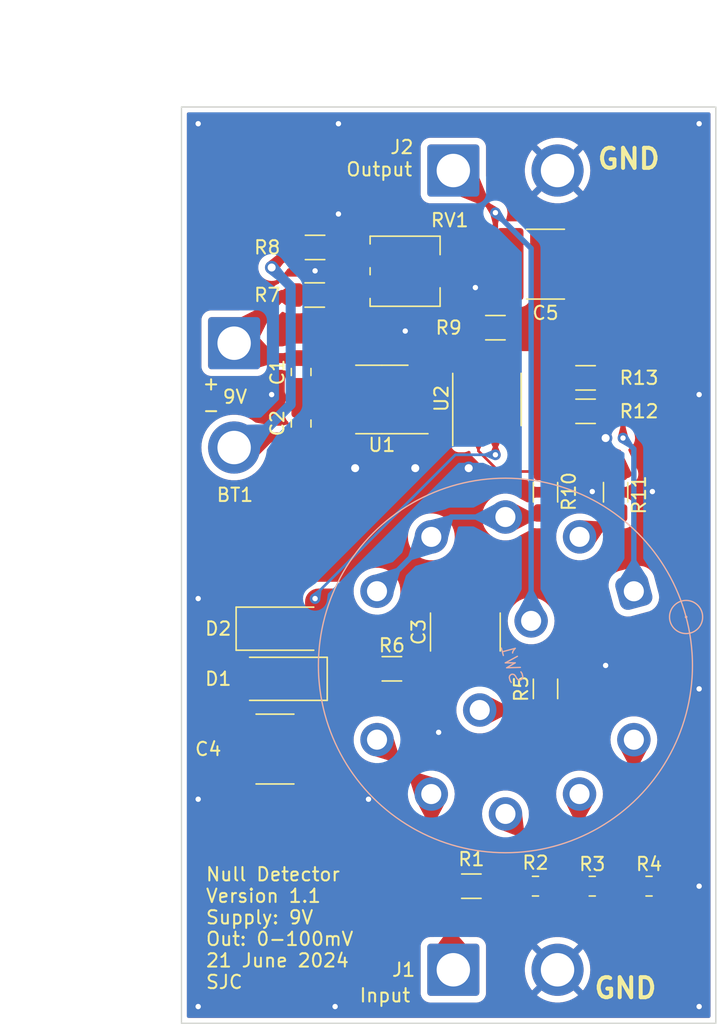
<source format=kicad_pcb>
(kicad_pcb (version 20221018) (generator pcbnew)

  (general
    (thickness 1.6)
  )

  (paper "A4")
  (layers
    (0 "F.Cu" mixed)
    (31 "B.Cu" mixed)
    (32 "B.Adhes" user "B.Adhesive")
    (33 "F.Adhes" user "F.Adhesive")
    (34 "B.Paste" user)
    (35 "F.Paste" user)
    (36 "B.SilkS" user "B.Silkscreen")
    (37 "F.SilkS" user "F.Silkscreen")
    (38 "B.Mask" user)
    (39 "F.Mask" user)
    (40 "Dwgs.User" user "User.Drawings")
    (41 "Cmts.User" user "User.Comments")
    (42 "Eco1.User" user "User.Eco1")
    (43 "Eco2.User" user "User.Eco2")
    (44 "Edge.Cuts" user)
    (45 "Margin" user)
    (46 "B.CrtYd" user "B.Courtyard")
    (47 "F.CrtYd" user "F.Courtyard")
    (48 "B.Fab" user)
    (49 "F.Fab" user)
    (50 "User.1" user)
    (51 "User.2" user)
    (52 "User.3" user)
    (53 "User.4" user)
    (54 "User.5" user)
    (55 "User.6" user)
    (56 "User.7" user)
    (57 "User.8" user)
    (58 "User.9" user)
  )

  (setup
    (stackup
      (layer "F.SilkS" (type "Top Silk Screen"))
      (layer "F.Paste" (type "Top Solder Paste"))
      (layer "F.Mask" (type "Top Solder Mask") (thickness 0.01))
      (layer "F.Cu" (type "copper") (thickness 0.035))
      (layer "dielectric 1" (type "core") (thickness 1.51) (material "FR4") (epsilon_r 4.5) (loss_tangent 0.02))
      (layer "B.Cu" (type "copper") (thickness 0.035))
      (layer "B.Mask" (type "Bottom Solder Mask") (thickness 0.01))
      (layer "B.Paste" (type "Bottom Solder Paste"))
      (layer "B.SilkS" (type "Bottom Silk Screen"))
      (copper_finish "None")
      (dielectric_constraints no)
    )
    (pad_to_mask_clearance 0)
    (pcbplotparams
      (layerselection 0x00010fc_ffffffff)
      (plot_on_all_layers_selection 0x0000000_00000000)
      (disableapertmacros false)
      (usegerberextensions false)
      (usegerberattributes true)
      (usegerberadvancedattributes true)
      (creategerberjobfile true)
      (dashed_line_dash_ratio 12.000000)
      (dashed_line_gap_ratio 3.000000)
      (svgprecision 4)
      (plotframeref false)
      (viasonmask false)
      (mode 1)
      (useauxorigin false)
      (hpglpennumber 1)
      (hpglpenspeed 20)
      (hpglpendiameter 15.000000)
      (dxfpolygonmode true)
      (dxfimperialunits true)
      (dxfusepcbnewfont true)
      (psnegative false)
      (psa4output false)
      (plotreference true)
      (plotvalue true)
      (plotinvisibletext false)
      (sketchpadsonfab false)
      (subtractmaskfromsilk false)
      (outputformat 1)
      (mirror false)
      (drillshape 1)
      (scaleselection 1)
      (outputdirectory "")
    )
  )

  (net 0 "")
  (net 1 "+BATT")
  (net 2 "/nr")
  (net 3 "-BATT")
  (net 4 "Net-(C3-Pad1)")
  (net 5 "GND")
  (net 6 "/amp+")
  (net 7 "/amp-")
  (net 8 "/output")
  (net 9 "/IN")
  (net 10 "Net-(R1-Pad2)")
  (net 11 "Net-(R2-Pad2)")
  (net 12 "Net-(R3-Pad2)")
  (net 13 "Net-(SW1B-B)")
  (net 14 "Net-(R7-Pad2)")
  (net 15 "Net-(R8-Pad1)")
  (net 16 "/trim")
  (net 17 "Net-(R10-Pad1)")
  (net 18 "Net-(R11-Pad1)")
  (net 19 "Net-(R13-Pad1)")
  (net 20 "unconnected-(U1-NC-Pad4)")
  (net 21 "unconnected-(U1-NC-Pad5)")
  (net 22 "unconnected-(U1-NC-Pad6)")
  (net 23 "unconnected-(U1-NC-Pad7)")
  (net 24 "unconnected-(U2-NC-Pad1)")
  (net 25 "unconnected-(U2-clk-Pad5)")
  (net 26 "unconnected-(U2-NC-Pad8)")

  (footprint "Connector_Wire:SolderWire-2sqmm_1x02_P7.8mm_D2mm_OD3.9mm" (layer "F.Cu") (at 145.35 85.75))

  (footprint "Resistor_SMD:R_1206_3216Metric_Pad1.30x1.75mm_HandSolder" (layer "F.Cu") (at 155.25 101.25 180))

  (footprint "Resistor_SMD:R_1206_3216Metric_Pad1.30x1.75mm_HandSolder" (layer "F.Cu") (at 152.25 109.8 90))

  (footprint "Resistor_SMD:R_1206_3216Metric_Pad1.30x1.75mm_HandSolder" (layer "F.Cu") (at 148.5 97.5))

  (footprint "Package_SO:SOIC-8_3.9x4.9mm_P1.27mm" (layer "F.Cu") (at 147.865 102.865 90))

  (footprint "Capacitor_SMD:C_2220_5750Metric_Pad1.97x5.40mm_HandSolder" (layer "F.Cu") (at 152.25 92.75 180))

  (footprint "Resistor_SMD:R_1206_3216Metric_Pad1.30x1.75mm_HandSolder" (layer "F.Cu") (at 140.75 123 180))

  (footprint "pot:Potentiometer_Vishay_TS63Y_Vertical" (layer "F.Cu") (at 141.740004 93.278001 180))

  (footprint "Connector_Wire:SolderWire-2sqmm_1x02_P7.8mm_D2mm_OD3.9mm" (layer "F.Cu") (at 145.35 145.5))

  (footprint "Resistor_SMD:R_1206_3216Metric_Pad1.30x1.75mm_HandSolder" (layer "F.Cu") (at 157.5 109.8 90))

  (footprint "Capacitor_SMD:C_2220_5750Metric_Pad1.97x5.40mm_HandSolder" (layer "F.Cu") (at 146.25 120.25 90))

  (footprint "Resistor_SMD:R_0805_2012Metric_Pad1.20x1.40mm_HandSolder" (layer "F.Cu") (at 155.75 139.25))

  (footprint "Resistor_SMD:R_1206_3216Metric_Pad1.30x1.75mm_HandSolder" (layer "F.Cu") (at 134.974 95.056001))

  (footprint "Resistor_SMD:R_1206_3216Metric_Pad1.30x1.75mm_HandSolder" (layer "F.Cu") (at 146.7 139.25))

  (footprint "Capacitor_SMD:C_0805_2012Metric_Pad1.18x1.45mm_HandSolder" (layer "F.Cu") (at 133.956998 100.8115 -90))

  (footprint "Resistor_SMD:R_1206_3216Metric_Pad1.30x1.75mm_HandSolder" (layer "F.Cu") (at 155.25 103.75))

  (footprint "Capacitor_SMD:C_2220_5750Metric_Pad1.97x5.40mm_HandSolder" (layer "F.Cu") (at 132 129 180))

  (footprint "Capacitor_SMD:C_0805_2012Metric_Pad1.18x1.45mm_HandSolder" (layer "F.Cu") (at 133.957 104.6645 -90))

  (footprint "Package_SO:SOIC-8_3.9x4.9mm_P1.27mm" (layer "F.Cu") (at 140 102.865 180))

  (footprint "Connector_Wire:SolderWire-2sqmm_1x02_P7.8mm_D2mm_OD3.9mm" (layer "F.Cu") (at 128.942 98.658 -90))

  (footprint "Resistor_SMD:R_0805_2012Metric_Pad1.20x1.40mm_HandSolder" (layer "F.Cu") (at 160 139.25))

  (footprint "Resistor_SMD:R_1206_3216Metric_Pad1.30x1.75mm_HandSolder" (layer "F.Cu") (at 152.25 124.5 90))

  (footprint "Resistor_SMD:R_0805_2012Metric_Pad1.20x1.40mm_HandSolder" (layer "F.Cu") (at 151.5 139.25))

  (footprint "Diode_SMD:D_MELF" (layer "F.Cu") (at 132.5 120))

  (footprint "Resistor_SMD:R_1206_3216Metric_Pad1.30x1.75mm_HandSolder" (layer "F.Cu") (at 135 91.5 180))

  (footprint "Diode_SMD:D_MELF" (layer "F.Cu") (at 132.5 123.75 180))

  (footprint "switch:ck_a205_c" (layer "B.Cu") (at 149.25 122.75 105))

  (gr_rect (start 125 81) (end 165 149.5)
    (stroke (width 0.1) (type default)) (fill none) (layer "Edge.Cuts") (tstamp a3f6d2a6-9acf-44d6-b5f2-b7420a84b33f))
  (gr_text "Input" (at 138.25 148) (layer "F.SilkS") (tstamp 3ba6df0a-a970-4297-b9ab-5f3027004b5f)
    (effects (font (size 1 1) (thickness 0.15)) (justify left bottom))
  )
  (gr_text "Null Detector\nVersion 1.1\nSupply: 9V\nOut: 0-100mV\n21 June 2024\nSJC\n" (at 126.75 147) (layer "F.SilkS") (tstamp 5d2422a8-c38a-406f-9f91-37c7c4af68bf)
    (effects (font (size 1 1) (thickness 0.15)) (justify left bottom))
  )
  (gr_text "+" (at 126.5 102.25) (layer "F.SilkS") (tstamp 74213a84-1072-43db-b6a1-b437b99f9d6e)
    (effects (font (size 1 1) (thickness 0.15)) (justify left bottom))
  )
  (gr_text "GND" (at 156 85.75) (layer "F.SilkS") (tstamp 9cb41923-58d3-41fd-9f34-8c48590cc9ca)
    (effects (font (size 1.5 1.5) (thickness 0.3) bold) (justify left bottom))
  )
  (gr_text "GND" (at 155.75 147.75) (layer "F.SilkS") (tstamp cbe5d5d3-ebed-4755-9335-7c5dd3d0acb1)
    (effects (font (size 1.5 1.5) (thickness 0.3) bold) (justify left bottom))
  )
  (gr_text "9V" (at 128 103.25) (layer "F.SilkS") (tstamp d3e193a7-82a7-4c89-a08b-87a55344a437)
    (effects (font (size 1 1) (thickness 0.15)) (justify left bottom))
  )
  (gr_text "Output" (at 137.25 86.25) (layer "F.SilkS") (tstamp e4494d4a-eea8-431e-8fe2-6df22370efd9)
    (effects (font (size 1 1) (thickness 0.15)) (justify left bottom))
  )
  (gr_text "-" (at 126.5 104.25) (layer "F.SilkS") (tstamp e8996dcd-59e3-47fd-b5f2-149d7f9956b2)
    (effects (font (size 1 1) (thickness 0.15)) (justify left bottom))
  )
  (dimension (type aligned) (layer "Dwgs.User") (tstamp 3176005d-72e8-4487-b26c-096dcf2a6ab7)
    (pts (xy 125 81) (xy 125 149.5))
    (height 7.5)
    (gr_text "68.5000 mm" (at 116.35 115.25 90) (layer "Dwgs.User") (tstamp 3176005d-72e8-4487-b26c-096dcf2a6ab7)
      (effects (font (size 1 1) (thickness 0.15)))
    )
    (format (prefix "") (suffix "") (units 3) (units_format 1) (precision 4))
    (style (thickness 0.15) (arrow_length 1.27) (text_position_mode 0) (extension_height 0.58642) (extension_offset 0.5) keep_text_aligned)
  )
  (dimension (type aligned) (layer "Dwgs.User") (tstamp 91983070-6f0c-4745-94a4-4697782a8603)
    (pts (xy 125 81) (xy 165 81))
    (height -6)
    (gr_text "40.0000 mm" (at 145 73.85) (layer "Dwgs.User") (tstamp 91983070-6f0c-4745-94a4-4697782a8603)
      (effects (font (size 1 1) (thickness 0.15)))
    )
    (format (prefix "") (suffix "") (units 3) (units_format 1) (precision 4))
    (style (thickness 0.15) (arrow_length 1.27) (text_position_mode 0) (extension_height 0.58642) (extension_offset 0.5) keep_text_aligned)
  )

  (segment (start 130.058 99.774) (end 128.942 98.658) (width 0.75) (layer "F.Cu") (net 1) (tstamp 1011a134-cbf4-43cf-a5bb-0acef7fe183b))
  (segment (start 139.001696 99.774) (end 141.457696 102.23) (width 0.75) (layer "F.Cu") (net 1) (tstamp 206afe60-933b-4792-8804-14b3c3c0bcad))
  (segment (start 147.23 101.75) (end 146.75 102.23) (width 0.75) (layer "F.Cu") (net 1) (tstamp 273d6f99-3eeb-44e2-899e-fb1a21bab149))
  (segment (start 146.75 102.23) (end 142.475 102.23) (width 0.75) (layer "F.Cu") (net 1) (tstamp 3fe34ef2-a7e6-4063-b835-f1143edb0ad8))
  (segment (start 141.457696 102.23) (end 142.475 102.23) (width 0.75) (layer "F.Cu") (net 1) (tstamp 52ad9b55-e6b5-4d54-b521-28c51872fba7))
  (segment (start 128.942 98.658) (end 132.543999 95.056001) (width 0.75) (layer "F.Cu") (net 1) (tstamp 5d0f83b7-1fe7-4da6-a946-268483c0bafd))
  (segment (start 147.23 100.39) (end 147.23 101.75) (width 0.75) (layer "F.Cu") (net 1) (tstamp 7a58eaeb-3793-4b69-883f-638a61bd963b))
  (segment (start 132.543999 95.056001) (end 133.424 95.056001) (width 0.75) (layer "F.Cu") (net 1) (tstamp 9fbe3943-8667-40eb-932a-4c8f5db36bce))
  (segment (start 133.956998 99.774) (end 130.058 99.774) (width 0.75) (layer "F.Cu") (net 1) (tstamp a633af87-6577-4a16-91c7-52956f6c8a26))
  (segment (start 133.956998 99.774) (end 139.001696 99.774) (width 0.75) (layer "F.Cu") (net 1) (tstamp dc02eb29-5387-42ad-8a29-387ff2f7afe4))
  (segment (start 133.956998 103.626998) (end 133.957 103.627) (width 0.75) (layer "F.Cu") (net 2) (tstamp 78937ba3-80f9-42da-992e-a400a4860b45))
  (segment (start 133.956998 101.849) (end 133.956998 103.626998) (width 0.75) (layer "F.Cu") (net 2) (tstamp 96b791f6-efad-47ce-9150-e7b0d35ac0f4))
  (segment (start 133.957 103.627) (end 135.364696 103.627) (width 0.75) (layer "F.Cu") (net 2) (tstamp 9e3f1b2f-86b4-4cc5-8829-125647a79cd6))
  (segment (start 136.432696 104.695) (end 137.525 104.695) (width 0.75) (layer "F.Cu") (net 2) (tstamp e5b6f34c-fb83-4a68-91eb-29cc549da4ef))
  (segment (start 135.364696 103.627) (end 136.432696 104.695) (width 0.75) (layer "F.Cu") (net 2) (tstamp eecddbd2-ac69-425f-a10d-9f0c2e31af96))
  (segment (start 133.957 105.702) (end 134.2 105.945) (width 0.75) (layer "F.Cu") (net 3) (tstamp 071dec72-565c-4b3f-b6c3-ef671fc87c16))
  (segment (start 133.957 105.702) (end 134.1 105.845) (width 0.75) (layer "F.Cu") (net 3) (tstamp 1892362a-b8fa-48a9-a2af-16869f703c7d))
  (segment (start 133.25 91.5) (end 131.75 93) (width 0.75) (layer "F.Cu") (net 3) (tstamp 3462ffde-368a-4f1d-8bdb-7cce37a212c1))
  (segment (start 129.698 105.702) (end 128.942 106.458) (width 0.75) (layer "F.Cu") (net 3) (tstamp 36296a32-bdf3-4c42-82d4-923e0adc1005))
  (segment (start 134.1 105.845) (end 139.112696 105.845) (width 0.75) (layer "F.Cu") (net 3) (tstamp 526866a5-6d1a-45e6-984e-68445515e258))
  (segment (start 133.45 91.5) (end 133.25 91.5) (width 0.75) (layer "F.Cu") (net 3) (tstamp 5ab78a2b-6933-4905-9526-0c7e867a96ec))
  (segment (start 133.957 105.702) (end 129.698 105.702) (width 0.75) (layer "F.Cu") (net 3) (tstamp 631fa993-43d1-40bf-a254-a499e38eae72))
  (segment (start 139.112696 105.845) (end 141.457696 103.5) (width 0.75) (layer "F.Cu") (net 3) (tstamp 71a64f07-fb61-49a3-97b1-7475a793ca59))
  (segment (start 149.25 103.5) (end 142.475 103.5) (width 0.75) (layer "F.Cu") (net 3) (tstamp 95c7c43a-406f-4f1a-8578-e5113c55249b))
  (segment (start 149.77 104.02) (end 149.25 103.5) (width 0.75) (layer "F.Cu") (net 3) (tstamp cbf238a4-9538-4205-ae7f-031d6a5ce982))
  (segment (start 149.77 105.34) (end 149.77 104.02) (width 0.75) (layer "F.Cu") (net 3) (tstamp dc6b62d6-bce3-4651-969f-a2799ddd8135))
  (segment (start 141.457696 103.5) (end 142.475 103.5) (width 0.75) (layer "F.Cu") (net 3) (tstamp f0e097ac-226f-495f-841a-6c696e5a6bde))
  (via (at 131.75 93) (size 1) (drill 0.6) (layers "F.Cu" "B.Cu") (net 3) (tstamp 4829cf4f-df46-4f94-a595-2c7cc325ab83))
  (segment (start 133.175 103.236701) (end 129.953701 106.458) (width 0.75) (layer "B.Cu") (net 3) (tstamp 16e8e7f5-8c24-438f-815b-623929e4d95a))
  (segment (start 129.953701 106.458) (end 128.942 106.458) (width 0.75) (layer "B.Cu") (net 3) (tstamp 779dc6a8-39ed-43fb-8628-1b3eede86d30))
  (segment (start 131.75 93) (end 133.175 94.425) (width 0.75) (layer "B.Cu") (net 3) (tstamp 91291213-7923-47fc-8786-9cc0e216a35a))
  (segment (start 133.175 94.425) (end 133.175 103.236701) (width 0.75) (layer "B.Cu") (net 3) (tstamp cdd8735f-6e4a-459b-b627-9bb7657f6124))
  (segment (start 146.25 122.8875) (end 152.1875 122.8875) (width 0.4) (layer "F.Cu") (net 4) (tstamp 235746b2-4bee-48c6-97b6-1e8f5d749b40))
  (segment (start 152.1875 122.8875) (end 152.25 122.95) (width 0.4) (layer "F.Cu") (net 4) (tstamp 93008b12-6c09-401c-940f-83a716e917ac))
  (segment (start 142.3 123) (end 146.1375 123) (width 0.4) (layer "F.Cu") (net 4) (tstamp ca1d36a3-fb60-42bb-9b9a-c30f920d8111))
  (segment (start 146.1375 123) (end 146.25 122.8875) (width 0.4) (layer "F.Cu") (net 4) (tstamp ee706aba-0a10-41f6-8972-70fc50f0b9e2))
  (segment (start 156.8 105.7) (end 156.75 105.75) (width 0.75) (layer "F.Cu") (net 5) (tstamp 62b4c322-0c3b-4261-a9f6-e9319a56f1bb))
  (segment (start 156.8 103.75) (end 156.8 105.7) (width 0.75) (layer "F.Cu") (net 5) (tstamp b94a3654-f769-4111-ae2b-f0e25e5a3b7e))
  (via (at 138 108) (size 1) (drill 0.6) (layers "F.Cu" "B.Cu") (free) (net 5) (tstamp 0667228d-31ad-4008-a09b-25afb4853924))
  (via (at 155.75 109.75) (size 0.8) (drill 0.4) (layers "F.Cu" "B.Cu") (free) (net 5) (tstamp 0eb8ff7c-1ea8-4a50-9699-54a4ed44618e))
  (via (at 142.5 108) (size 1) (drill 0.6) (layers "F.Cu" "B.Cu") (free) (net 5) (tstamp 15eeefb8-dd3b-4956-b98f-73bf4c077dad))
  (via (at 163.75 82.25) (size 0.8) (drill 0.4) (layers "F.Cu" "B.Cu") (free) (net 5) (tstamp 18c47311-6a1c-4bf3-b180-3412577063f9))
  (via (at 163.75 124.5) (size 0.8) (drill 0.4) (layers "F.Cu" "B.Cu") (free) (net 5) (tstamp 1c5dffc5-66ee-4c3b-9f89-cd718c128d75))
  (via (at 136.75 82.25) (size 0.8) (drill 0.4) (layers "F.Cu" "B.Cu") (free) (net 5) (tstamp 25475d13-aa98-4663-b67b-5d2c85e9a5c4))
  (via (at 163.75 148.25) (size 0.8) (drill 0.4) (layers "F.Cu" "B.Cu") (free) (net 5) (tstamp 2f0e5cb5-5d0a-41fc-9a7c-2e9ba1d81e8f))
  (via (at 126.25 132.75) (size 0.8) (drill 0.4) (layers "F.Cu" "B.Cu") (free) (net 5) (tstamp 42067626-d814-45d1-9fe3-c305a37a62a6))
  (via (at 163.75 139.25) (size 0.8) (drill 0.4) (layers "F.Cu" "B.Cu") (free) (net 5) (tstamp 45dcb835-c2a3-4024-836b-f50ead4a4f39))
  (via (at 131.75 102.5) (size 0.8) (drill 0.4) (layers "F.Cu" "B.Cu") (free) (net 5) (tstamp 46fa56e6-1e35-4909-8e9c-400827881954))
  (via (at 136.75 89) (size 0.8) (drill 0.4) (layers "F.Cu" "B.Cu") (free) (net 5) (tstamp 524ecde6-496b-429e-a723-250d1912408a))
  (via (at 144.25 127.75) (size 0.8) (drill 0.4) (layers "F.Cu" "B.Cu") (free) (net 5) (tstamp 557867fb-1b7c-45ca-829a-abca18120d38))
  (via (at 136.5 148.25) (size 0.8) (drill 0.4) (layers "F.Cu" "B.Cu") (free) (net 5) (tstamp 578fea78-3353-4a64-ab6e-c9376104ef8e))
  (via (at 156.75 105.75) (size 1) (drill 0.6) (layers "F.Cu" "B.Cu") (net 5) (tstamp 591b0c0e-b829-4baa-a948-d9cd907e44ae))
  (via (at 147 94.5) (size 0.8) (drill 0.4) (layers "F.Cu" "B.Cu") (free) (net 5) (tstamp 602b91ce-1558-4ca0-9b6f-42cdb12fbf59))
  (via (at 135 93.25) (size 0.8) (drill 0.4) (layers "F.Cu" "B.Cu") (free) (net 5) (tstamp 7e2e023a-7a2c-40ed-a693-3e8b972e5ce6))
  (via (at 126.25 117.75) (size 0.8) (drill 0.4) (layers "F.Cu" "B.Cu") (free) (net 5) (tstamp a2e99c46-1578-42f3-8985-ce86ed95be48))
  (via (at 156.75 122.75) (size 0.8) (drill 0.4) (layers "F.Cu" "B.Cu") (free) (net 5) (tstamp a6dd3df1-b454-4350-8e93-771e56171032))
  (via (at 126.25 148.25) (size 0.8) (drill 0.4) (layers "F.Cu" "B.Cu") (free) (net 5) (tstamp c30e4bb4-c69f-4a74-871a-b10766a6b819))
  (via (at 146.5 108) (size 1) (drill 0.6) (layers "F.Cu" "B.Cu") (free) (net 5) (tstamp ce9efbff-92f5-4455-8247-ade9446de6b3))
  (via (at 126.25 82.25) (size 0.8) (drill 0.4) (layers "F.Cu" "B.Cu") (free) (net 5) (tstamp ced52618-6e12-45e4-93ad-8c4e76b8a54f))
  (via (at 141.75 97.75) (size 0.8) (drill 0.4) (layers "F.Cu" "B.Cu") (free) (net 5) (tstamp d10b74e6-eb15-4e1f-814d-b00870d8c4d3))
  (via (at 160.25 109.75) (size 0.8) (drill 0.4) (layers "F.Cu" "B.Cu") (free) (net 5) (tstamp ea893a90-1f95-4f43-8ae6-1c72fa6322af))
  (via (at 163.75 102.5) (size 0.8) (drill 0.4) (layers "F.Cu" "B.Cu") (free) (net 5) (tstamp f0dfb1d1-b307-4fe8-a910-969d85e3bf6c))
  (via (at 139 132.75) (size 0.8) (drill 0.4) (layers "F.Cu" "B.Cu") (free) (net 5) (tstamp fa338267-99a9-49df-9ef2-42bd8ce9ea30))
  (segment (start 148.5 105.34) (end 148.5 107) (width 0.2) (layer "F.Cu") (net 6) (tstamp 7f1edb20-ce1b-440c-99fd-360e9d749563))
  (via (at 148.5 107) (size 0.8) (drill 0.4) (layers "F.Cu" "B.Cu") (net 6) (tstamp 425a0129-52b9-4686-aac6-6871456fdce6))
  (via (at 135 117.75) (size 0.8) (drill 0.4) (layers "F.Cu" "B.Cu") (net 6) (tstamp fa540061-4b0c-478f-8ab2-f2463b60a527))
  (segment (start 135 117.75) (end 135 117.5) (width 0.2) (layer "B.Cu") (net 6) (tstamp 9833a880-1efc-4066-a5d8-3ace1ed7fede))
  (segment (start 148.5 107) (end 145.5 107) (width 0.2) (layer "B.Cu") (net 6) (tstamp 9dbcebc9-5a3b-43bd-bf5e-eb81c2c82176))
  (segment (start 135 117.5) (end 145.5 107) (width 0.2) (layer "B.Cu") (net 6) (tstamp bf1cd9bd-66f9-48cf-b362-aa626bd41af7))
  (segment (start 147.23 105.34) (end 147.23 106.71995) (width 0.2) (layer "F.Cu") (net 7) (tstamp 23eb454c-f2f0-403f-978f-5b417f825ce9))
  (segment (start 147.23 106.71995) (end 148.76005 108.25) (width 0.2) (layer "F.Cu") (net 7) (tstamp 81760bfe-f5b4-42fb-8216-75719acaf355))
  (segment (start 148.76005 108.25) (end 152.25 108.25) (width 0.2) (layer "F.Cu") (net 7) (tstamp e2b11f10-1911-4478-aeab-a94ccc3c48b1))
  (segment (start 148.5 94.25) (end 148.5 88.9) (width 0.4) (layer "F.Cu") (net 8) (tstamp 0dd2951b-00bb-465d-9dfd-6454995e306e))
  (segment (start 148.5 94.25) (end 148.5 93.8625) (width 0.4) (layer "F.Cu") (net 8) (tstamp 42df3fcd-8ef3-48e3-875a-51a28f8b7145))
  (segment (start 148.5 93.8625) (end 149.6125 92.75) (width 0.4) (layer "F.Cu") (net 8) (tstamp 62a9dbef-283c-47e6-b100-0fafbeece805))
  (segment (start 148.5 88.9) (end 145.35 85.75) (width 0.4) (layer "F.Cu") (net 8) (tstamp 7f3d7dce-a50d-4908-8d01-ecc9181b7e60))
  (segment (start 148.5 100.39) (end 148.5 94.25) (width 0.4) (layer "F.Cu") (net 8) (tstamp cdf74593-e3a1-400a-8fd7-ecb34b2a5981))
  (via (at 148.5 88.9) (size 0.8) (drill 0.4) (layers "F.Cu" "B.Cu") (net 8) (tstamp 135af85a-cd5b-4441-b291-a401dc4886df))
  (segment (start 151.17333 91.57333) (end 148.5 88.9) (width 0.4) (layer "B.Cu") (net 8) (tstamp 4d6a7fee-bc08-4ad1-a4ab-11fb1b84147d))
  (segment (start 151.17333 119.418694) (end 151.17333 91.57333) (width 0.4) (layer "B.Cu") (net 8) (tstamp c4c1cc3f-d5d4-4cf7-b782-ff968e1e5318))
  (segment (start 143.699212 132.364247) (end 139.638086 128.303121) (width 0.4) (layer "F.Cu") (net 9) (tstamp 002acbed-6037-4f29-87e6-ca050b894453))
  (segment (start 143.699212 137.799212) (end 145.15 139.25) (width 0.4) (layer "F.Cu") (net 9) (tstamp 8202fdc2-ae28-4bc6-be2e-932e72d53ec5))
  (segment (start 143.699212 132.364247) (end 143.699212 137.799212) (width 0.4) (layer "F.Cu") (net 9) (tstamp b5161a29-74fb-4d36-a6fb-f528c195374f))
  (segment (start 139.638086 128.303121) (end 139.638086 128.296747) (width 0.4) (layer "F.Cu") (net 9) (tstamp c2798cae-977f-49af-ae0e-ec4e34146bda))
  (segment (start 145.15 139.25) (end 145.15 145.3) (width 0.4) (layer "F.Cu") (net 9) (tstamp d39c5820-1a69-4033-9cf8-4140fe2f7845))
  (segment (start 145.15 145.3) (end 145.35 145.5) (width 0.4) (layer "F.Cu") (net 9) (tstamp f9082da2-1ad6-434e-9a2c-44dd799ad018))
  (segment (start 149.252333 133.847536) (end 150.5 135.095203) (width 0.4) (layer "F.Cu") (net 10) (tstamp c8361ebf-ad05-480e-ba57-b519b64f2479))
  (segment (start 150.5 135.095203) (end 150.5 139.25) (width 0.4) (layer "F.Cu") (net 10) (tstamp f1881766-febc-4f0b-9d24-9e39a45ac4e0))
  (segment (start 148.25 139.25) (end 150.5 139.25) (width 0.4) (layer "F.Cu") (net 10) (tstamp fe923f74-d4d6-435e-b348-5d2fba2ada54))
  (segment (start 152.5 139.25) (end 154.75 139.25) (width 0.4) (layer "F.Cu") (net 11) (tstamp 359554cd-472b-4de0-b726-acc4f761b8d0))
  (segment (start 154.75 139.25) (end 154.75 132.408661) (width 0.4) (layer "F.Cu") (net 11) (tstamp 89900aab-2a00-4f65-92f8-02c66cd0349d))
  (segment (start 154.75 132.408661) (end 154.796747 132.361914) (width 0.4) (layer "F.Cu") (net 11) (tstamp ccd553ad-8c12-49a7-a377-172c9f3ff7dc))
  (segment (start 158.864247 139.114247) (end 159 139.25) (width 0.4) (layer "F.Cu") (net 12) (tstamp 2981f122-7fed-48dd-87d4-f36cf63258ed))
  (segment (start 158.864247 128.300788) (end 158.864247 139.114247) (width 0.4) (layer "F.Cu") (net 12) (tstamp 55d2c090-27c6-426e-bebe-e7aa482456f0))
  (segment (start 156.75 139.25) (end 159 139.25) (width 0.4) (layer "F.Cu") (net 12) (tstamp 8816f011-085b-461f-912a-a627c515f042))
  (segment (start 152.218694 126.081306) (end 152.25 126.05) (width 0.4) (layer "F.Cu") (net 13) (tstamp b9ff7418-ee34-409f-b5cd-8e57726a9adc))
  (segment (start 147.32667 126.081306) (end 152.218694 126.081306) (width 0.4) (layer "F.Cu") (net 13) (tstamp c0a72b7a-9e3b-4953-88f2-a62b86bbb5cd))
  (segment (start 138.982004 95.056001) (end 139.490004 94.548001) (width 0.4) (layer "F.Cu") (net 14) (tstamp 67d1e6bb-505e-4c21-a045-22a3120436cb))
  (segment (start 136.524 95.056001) (end 138.982004 95.056001) (width 0.4) (layer "F.Cu") (net 14) (tstamp 9af48819-e042-4dc7-aa36-f7a2cbcd4899))
  (segment (start 138.982003 91.5) (end 139.490004 92.008001) (width 0.4) (layer "F.Cu") (net 15) (tstamp 57541d2a-2ecf-4f11-9312-794c5db41e00))
  (segment (start 136.55 91.5) (end 138.982003 91.5) (width 0.4) (layer "F.Cu") (net 15) (tstamp f30b2593-cb85-4322-b2fa-e8624e0f83ae))
  (segment (start 143.990004 93.278001) (end 143.990004 94.540004) (width 0.4) (layer "F.Cu") (net 16) (tstamp 0ba4307e-ad65-4391-a7c8-0a1d842e50b9))
  (segment (start 143.990004 94.540004) (end 146.95 97.5) (width 0.4) (layer "F.Cu") (net 16) (tstamp 63eab81e-ac5a-4c22-9bd6-b8d11cccceea))
  (segment (start 149.247667 111.652464) (end 151.947536 111.652464) (width 0.4) (layer "F.Cu") (net 17) (tstamp 5eea295c-1a1f-46a0-a779-ea92eed3c0e1))
  (segment (start 151.947536 111.652464) (end 152.25 111.35) (width 0.4) (layer "F.Cu") (net 17) (tstamp 9b6a988c-3098-4d96-a43a-9824c22738db))
  (segment (start 143.703253 113.138086) (end 145.188875 111.652464) (width 0.4) (layer "B.Cu") (net 17) (tstamp 87b73467-8e9c-4c25-8083-bfebd465154c))
  (segment (start 143.696879 113.138086) (end 143.703253 113.138086) (width 0.4) (layer "B.Cu") (net 17) (tstamp 96655a80-121e-41ab-8ceb-a26e1a5a3f04))
  (segment (start 145.188875 111.652464) (end 149.247667 111.652464) (width 0.4) (layer "B.Cu") (net 17) (tstamp b2d060ac-0ce5-4692-bfb0-ac7d42368cec))
  (segment (start 139.635753 117.199212) (end 143.696879 113.138086) (width 0.4) (layer "B.Cu") (net 17) (tstamp c636ad57-3093-49a5-a753-96c6769efea4))
  (segment (start 155.714247 113.135753) (end 157.5 111.35) (width 0.4) (layer "F.Cu") (net 18) (tstamp 3c3ff7d6-a07f-445f-85ad-1db740e42316))
  (segment (start 154.800788 113.135753) (end 155.714247 113.135753) (width 0.4) (layer "F.Cu") (net 18) (tstamp de2a5731-1f0a-483d-abe5-7a717830e879))
  (segment (start 156.8 101.25) (end 158.050003 102.500003) (width 0.4) (layer "F.Cu") (net 19) (tstamp 25e75bec-d54a-4f4f-b20f-70368e0325ff))
  (segment (start 158.050003 102.500003) (end 158.050003 105.75) (width 0.4) (layer "F.Cu") (net 19) (tstamp afdd3804-0245-45d8-8538-422612cf78f1))
  (via (at 158.050003 105.75) (size 0.8) (drill 0.4) (layers "F.Cu" "B.Cu") (net 19) (tstamp d16d6ab6-72bd-486a-8c1c-fcbb6af924b5))
  (segment (start 158.050003 105.75) (end 158.861914 106.561911) (width 0.4) (layer "B.Cu") (net 19) (tstamp 5c3dde76-b092-4ad7-a79f-9e99c68e24c9))
  (segment (start 158.861914 106.561911) (end 158.861914 117.203253) (width 0.4) (layer "B.Cu") (net 19) (tstamp 8414ee78-96a3-4495-bd2b-3b85701e565e))

  (zone (net 7) (net_name "/amp-") (layer "F.Cu") (tstamp 0b5c3a01-ff7f-4630-8d06-3aefb2917787) (name "$teardrop_padvia$") (hatch edge 0.5)
    (priority 30051)
    (attr (teardrop (type padvia)))
    (connect_pads yes (clearance 0))
    (min_thickness 0.0254) (filled_areas_thickness no)
    (fill yes (thermal_gap 0.5) (thermal_bridge_width 0.5) (island_removal_mode 1) (island_area_min 10))
    (polygon
      (pts
        (xy 147.13 106.615)
        (xy 147.33 106.615)
        (xy 147.518582 106.222403)
        (xy 147.23 105.339)
        (xy 146.941418 106.222403)
      )
    )
    (filled_polygon
      (layer "F.Cu")
      (pts
        (xy 147.240433 105.371384)
        (xy 147.241122 105.373046)
        (xy 147.517123 106.217938)
        (xy 147.516547 106.226637)
        (xy 147.333187 106.608366)
        (xy 147.326516 106.61434)
        (xy 147.322641 106.615)
        (xy 147.137359 106.615)
        (xy 147.129086 106.611573)
        (xy 147.126813 106.608366)
        (xy 146.943452 106.226637)
        (xy 146.942876 106.217939)
        (xy 147.218878 105.373045)
        (xy 147.224705 105.366246)
        (xy 147.233633 105.365557)
      )
    )
  )
  (zone (net 18) (net_name "Net-(R11-Pad1)") (layer "F.Cu") (tstamp 0d0b33b5-056f-4e5c-a288-8473507e8bef) (name "$teardrop_padvia$") (hatch edge 0.5)
    (priority 30018)
    (attr (teardrop (type padvia)))
    (connect_pads yes (clearance 0))
    (min_thickness 0.0254) (filled_areas_thickness no)
    (fill yes (thermal_gap 0.5) (thermal_bridge_width 0.5) (island_removal_mode 1) (island_area_min 10))
    (polygon
      (pts
        (xy 156.253108 112.31405)
        (xy 156.53595 112.596892)
        (xy 157.769239 112)
        (xy 157.500707 111.349293)
        (xy 156.625 111.305761)
      )
    )
    (filled_polygon
      (layer "F.Cu")
      (pts
        (xy 157.493302 111.348924)
        (xy 157.501394 111.352758)
        (xy 157.503535 111.356147)
        (xy 157.765033 111.989808)
        (xy 157.765022 111.998763)
        (xy 157.759315 112.004802)
        (xy 156.543437 112.593267)
        (xy 156.534497 112.593787)
        (xy 156.530067 112.591009)
        (xy 156.258403 112.319345)
        (xy 156.254976 112.311072)
        (xy 156.255698 112.307027)
        (xy 156.622026 111.313822)
        (xy 156.628103 111.307248)
        (xy 156.63358 111.306187)
      )
    )
  )
  (zone (net 1) (net_name "+BATT") (layer "F.Cu") (tstamp 149f92f6-d9c8-45cf-8750-e8f8cda7e9a8) (name "$teardrop_padvia$") (hatch edge 0.5)
    (priority 30026)
    (attr (teardrop (type padvia)))
    (connect_pads yes (clearance 0))
    (min_thickness 0.0254) (filled_areas_thickness no)
    (fill yes (thermal_gap 0.5) (thermal_bridge_width 0.5) (island_removal_mode 1) (island_area_min 10))
    (polygon
      (pts
        (xy 135.269498 100.149)
        (xy 135.269498 99.399)
        (xy 134.527669 99.20553)
        (xy 133.955998 99.774)
        (xy 134.527669 100.34247)
      )
    )
    (filled_polygon
      (layer "F.Cu")
      (pts
        (xy 134.534133 99.207215)
        (xy 135.260752 99.396719)
        (xy 135.267891 99.402121)
        (xy 135.269498 99.408039)
        (xy 135.269498 100.13996)
        (xy 135.266071 100.148233)
        (xy 135.260751 100.151281)
        (xy 134.534134 100.340783)
        (xy 134.525263 100.339555)
        (xy 134.522931 100.337758)
        (xy 134.284217 100.100381)
        (xy 133.964339 99.782294)
        (xy 133.96089 99.774033)
        (xy 133.964294 99.76575)
        (xy 134.522931 99.21024)
        (xy 134.531214 99.206837)
      )
    )
  )
  (zone (net 4) (net_name "Net-(C3-Pad1)") (layer "F.Cu") (tstamp 187e897f-b8ad-4882-813b-5a0d0560eb6c) (name "$teardrop_padvia$") (hatch edge 0.5)
    (priority 30002)
    (attr (teardrop (type padvia)))
    (connect_pads yes (clearance 0))
    (min_thickness 0.0254) (filled_areas_thickness no)
    (fill yes (thermal_gap 0.5) (thermal_bridge_width 0.5) (island_removal_mode 1) (island_area_min 10))
    (polygon
      (pts
        (xy 142.562501 122.8)
        (xy 142.562501 123.2)
        (xy 143.704329 123.85597)
        (xy 146.251 122.8875)
        (xy 143.618813 121.979823)
      )
    )
    (filled_polygon
      (layer "F.Cu")
      (pts
        (xy 143.624797 121.981886)
        (xy 146.220484 122.876976)
        (xy 146.227187 122.882913)
        (xy 146.22773 122.891851)
        (xy 146.221793 122.898555)
        (xy 146.220828 122.898973)
        (xy 143.709509 123.853999)
        (xy 143.700558 123.853737)
        (xy 143.699522 123.853208)
        (xy 142.568373 123.203373)
        (xy 142.562906 123.19628)
        (xy 142.562501 123.193228)
        (xy 142.562501 122.805727)
        (xy 142.565928 122.797454)
        (xy 142.56702 122.79649)
        (xy 143.613811 121.983706)
        (xy 143.622446 121.98134)
      )
    )
  )
  (zone (net 6) (net_name "/amp+") (layer "F.Cu") (tstamp 210a786b-f708-447c-888b-8920d6ff4c8b) (name "$teardrop_padvia$") (hatch edge 0.5)
    (priority 30052)
    (attr (teardrop (type padvia)))
    (connect_pads yes (clearance 0))
    (min_thickness 0.0254) (filled_areas_thickness no)
    (fill yes (thermal_gap 0.5) (thermal_bridge_width 0.5) (island_removal_mode 1) (island_area_min 10))
    (polygon
      (pts
        (xy 148.4 106.615)
        (xy 148.6 106.615)
        (xy 148.788582 106.222403)
        (xy 148.5 105.339)
        (xy 148.211418 106.222403)
      )
    )
    (filled_polygon
      (layer "F.Cu")
      (pts
        (xy 148.510433 105.371384)
        (xy 148.511122 105.373046)
        (xy 148.787123 106.217938)
        (xy 148.786547 106.226637)
        (xy 148.603187 106.608366)
        (xy 148.596516 106.61434)
        (xy 148.592641 106.615)
        (xy 148.407359 106.615)
        (xy 148.399086 106.611573)
        (xy 148.396813 106.608366)
        (xy 148.213452 106.226637)
        (xy 148.212876 106.217939)
        (xy 148.488878 105.373045)
        (xy 148.494705 105.366246)
        (xy 148.503633 105.365557)
      )
    )
  )
  (zone (net 11) (net_name "Net-(R2-Pad2)") (layer "F.Cu") (tstamp 2ae960b4-f594-4e35-83e8-8e5990e35d47) (name "$teardrop_padvia$") (hatch edge 0.5)
    (priority 30011)
    (attr (teardrop (type padvia)))
    (connect_pads yes (clearance 0))
    (min_thickness 0.0254) (filled_areas_thickness no)
    (fill yes (thermal_gap 0.5) (thermal_bridge_width 0.5) (island_removal_mode 1) (island_area_min 10))
    (polygon
      (pts
        (xy 154.55 134.592924)
        (xy 154.95 134.592924)
        (xy 155.781089 133.119003)
        (xy 154.796747 132.360914)
        (xy 153.781761 133.065928)
      )
    )
    (filled_polygon
      (layer "F.Cu")
      (pts
        (xy 154.803529 132.366137)
        (xy 155.773057 133.112817)
        (xy 155.777521 133.12058)
        (xy 155.776109 133.127834)
        (xy 155.266872 134.030956)
        (xy 154.953633 134.586482)
        (xy 154.953357 134.586971)
        (xy 154.946309 134.592494)
        (xy 154.943166 134.592924)
        (xy 154.557211 134.592924)
        (xy 154.548938 134.589497)
        (xy 154.546759 134.586482)
        (xy 153.786325 133.075)
        (xy 153.785668 133.06607)
        (xy 153.790099 133.060135)
        (xy 154.789715 132.365797)
        (xy 154.798465 132.363892)
      )
    )
  )
  (zone (net 9) (net_name "/IN") (layer "F.Cu") (tstamp 2cbf8dd0-da8d-4062-9402-9f5d3ebb5224) (name "$teardrop_padvia$") (hatch edge 0.5)
    (priority 30012)
    (attr (teardrop (type padvia)))
    (connect_pads yes (clearance 0))
    (min_thickness 0.0254) (filled_areas_thickness no)
    (fill yes (thermal_gap 0.5) (thermal_bridge_width 0.5) (island_removal_mode 1) (island_area_min 10))
    (polygon
      (pts
        (xy 143.499212 134.595257)
        (xy 143.899212 134.595257)
        (xy 144.699212 133.094216)
        (xy 143.699212 132.363247)
        (xy 142.699212 133.094216)
      )
    )
    (filled_polygon
      (layer "F.Cu")
      (pts
        (xy 143.706114 132.368292)
        (xy 144.656844 133.063246)
        (xy 144.691016 133.088225)
        (xy 144.695673 133.095874)
        (xy 144.694437 133.103174)
        (xy 143.902515 134.58906)
        (xy 143.8956 134.594749)
        (xy 143.89219 134.595257)
        (xy 143.506234 134.595257)
        (xy 143.497961 134.59183)
        (xy 143.495909 134.58906)
        (xy 142.703986 133.103174)
        (xy 142.703119 133.094261)
        (xy 142.707405 133.088226)
        (xy 143.692309 132.368292)
        (xy 143.701009 132.366178)
      )
    )
  )
  (zone (net 9) (net_name "/IN") (layer "F.Cu") (tstamp 2efbf017-c250-487e-ac7d-4683bf666889) (name "$teardrop_padvia$") (hatch edge 0.5)
    (priority 30021)
    (attr (teardrop (type padvia)))
    (connect_pads yes (clearance 0))
    (min_thickness 0.0254) (filled_areas_thickness no)
    (fill yes (thermal_gap 0.5) (thermal_bridge_width 0.5) (island_removal_mode 1) (island_area_min 10))
    (polygon
      (pts
        (xy 144.95 140.775)
        (xy 145.35 140.775)
        (xy 145.78097 139.970671)
        (xy 145.15 139.249)
        (xy 144.51903 139.970671)
      )
    )
    (filled_polygon
      (layer "F.Cu")
      (pts
        (xy 145.157701 139.257967)
        (xy 145.158808 139.259074)
        (xy 145.775642 139.964577)
        (xy 145.778508 139.973061)
        (xy 145.777147 139.977804)
        (xy 145.353308 140.768826)
        (xy 145.34638 140.7745)
        (xy 145.342995 140.775)
        (xy 144.957005 140.775)
        (xy 144.948732 140.771573)
        (xy 144.946692 140.768826)
        (xy 144.522852 139.977804)
        (xy 144.521965 139.968893)
        (xy 144.524355 139.96458)
        (xy 145.141192 139.259073)
        (xy 145.149217 139.255101)
      )
    )
  )
  (zone (net 12) (net_name "Net-(R3-Pad2)") (layer "F.Cu") (tstamp 31d1baf6-7b6a-4524-b9ae-d77bf5a8b910) (name "$teardrop_padvia$") (hatch edge 0.5)
    (priority 30043)
    (attr (teardrop (type padvia)))
    (connect_pads yes (clearance 0))
    (min_thickness 0.0254) (filled_areas_thickness no)
    (fill yes (thermal_gap 0.5) (thermal_bridge_width 0.5) (island_removal_mode 1) (island_area_min 10))
    (polygon
      (pts
        (xy 157.8 139.05)
        (xy 157.8 139.45)
        (xy 158.455331 139.85)
        (xy 159.001 139.25)
        (xy 158.455331 138.65)
      )
    )
    (filled_polygon
      (layer "F.Cu")
      (pts
        (xy 158.461833 138.65715)
        (xy 158.99384 139.242128)
        (xy 158.996871 139.250554)
        (xy 158.99384 139.257872)
        (xy 158.461833 139.842849)
        (xy 158.453731 139.846664)
        (xy 158.447081 139.844964)
        (xy 157.805604 139.45342)
        (xy 157.800328 139.446184)
        (xy 157.8 139.443433)
        (xy 157.8 139.056566)
        (xy 157.803427 139.048293)
        (xy 157.805601 139.04658)
        (xy 158.447082 138.655034)
        (xy 158.455928 138.65365)
      )
    )
  )
  (zone (net 3) (net_name "-BATT") (layer "F.Cu") (tstamp 3715d6ef-afec-42a9-881e-027dc0ce63b8) (name "$teardrop_padvia$") (hatch edge 0.5)
    (priority 30039)
    (attr (teardrop (type padvia)))
    (connect_pads yes (clearance 0))
    (min_thickness 0.0254) (filled_areas_thickness no)
    (fill yes (thermal_gap 0.5) (thermal_bridge_width 0.5) (island_removal_mode 1) (island_area_min 10))
    (polygon
      (pts
        (xy 132.722271 92.558059)
        (xy 132.191941 92.027729)
        (xy 131.396447 92.646447)
        (xy 131.749293 93.000707)
        (xy 132.103553 93.353553)
      )
    )
    (filled_polygon
      (layer "F.Cu")
      (pts
        (xy 132.199244 92.035032)
        (xy 132.714967 92.550755)
        (xy 132.718394 92.559028)
        (xy 132.715929 92.566211)
        (xy 132.111673 93.343112)
        (xy 132.103889 93.347539)
        (xy 132.095255 93.345164)
        (xy 132.094186 93.344223)
        (xy 131.749293 93.000707)
        (xy 131.405779 92.655816)
        (xy 131.40237 92.647538)
        (xy 131.405813 92.639271)
        (xy 131.406877 92.638334)
        (xy 132.183788 92.034069)
        (xy 132.192422 92.031695)
      )
    )
  )
  (zone (net 15) (net_name "Net-(R8-Pad1)") (layer "F.Cu") (tstamp 372c832b-dc7d-414d-a73a-d0bf22dd496f) (name "$teardrop_padvia$") (hatch edge 0.5)
    (priority 30031)
    (attr (teardrop (type padvia)))
    (connect_pads yes (clearance 0))
    (min_thickness 0.0254) (filled_areas_thickness no)
    (fill yes (thermal_gap 0.5) (thermal_bridge_width 0.5) (island_removal_mode 1) (island_area_min 10))
    (polygon
      (pts
        (xy 137.85 91.7)
        (xy 137.85 91.3)
        (xy 137.195027 90.85)
        (xy 136.549 91.5)
        (xy 137.195027 92.15)
      )
    )
    (filled_polygon
      (layer "F.Cu")
      (pts
        (xy 137.20307 90.855526)
        (xy 137.844925 91.296513)
        (xy 137.849804 91.304022)
        (xy 137.85 91.306156)
        (xy 137.85 91.693843)
        (xy 137.846573 91.702116)
        (xy 137.844925 91.703486)
        (xy 137.20307 92.144473)
        (xy 137.194311 92.146334)
        (xy 137.188147 92.143078)
        (xy 136.751242 91.703486)
        (xy 136.557196 91.508246)
        (xy 136.553795 91.499964)
        (xy 136.557196 91.491753)
        (xy 137.188149 90.85692)
        (xy 137.196409 90.853469)
      )
    )
  )
  (zone (net 8) (net_name "/output") (layer "F.Cu") (tstamp 3afbec70-7728-4838-9b81-5eaa171a6be1) (name "$teardrop_padvia$") (hatch edge 0.5)
    (priority 30001)
    (attr (teardrop (type padvia)))
    (connect_pads yes (clearance 0))
    (min_thickness 0.0254) (filled_areas_thickness no)
    (fill yes (thermal_gap 0.5) (thermal_bridge_width 0.5) (island_removal_mode 1) (island_area_min 10))
    (polygon
      (pts
        (xy 147.792461 88.475304)
        (xy 148.075304 88.192461)
        (xy 147.3 86.285786)
        (xy 145.349293 85.749293)
        (xy 145.885786 87.7)
      )
    )
    (filled_polygon
      (layer "F.Cu")
      (pts
        (xy 147.294438 86.284256)
        (xy 147.301506 86.289754)
        (xy 147.302173 86.29113)
        (xy 148.072379 88.18527)
        (xy 148.072321 88.194224)
        (xy 148.069814 88.19795)
        (xy 147.79795 88.469814)
        (xy 147.789677 88.473241)
        (xy 147.78527 88.472379)
        (xy 145.89113 87.702173)
        (xy 145.884757 87.695882)
        (xy 145.884256 87.694438)
        (xy 145.354749 85.769131)
        (xy 145.355859 85.760247)
        (xy 145.362927 85.754749)
        (xy 145.369131 85.754749)
      )
    )
  )
  (zone (net 11) (net_name "Net-(R2-Pad2)") (layer "F.Cu") (tstamp 3f318ac6-2341-4324-b046-1f682f22973f) (name "$teardrop_padvia$") (hatch edge 0.5)
    (priority 30042)
    (attr (teardrop (type padvia)))
    (connect_pads yes (clearance 0))
    (min_thickness 0.0254) (filled_areas_thickness no)
    (fill yes (thermal_gap 0.5) (thermal_bridge_width 0.5) (island_removal_mode 1) (island_area_min 10))
    (polygon
      (pts
        (xy 153.55 139.05)
        (xy 153.55 139.45)
        (xy 154.205331 139.85)
        (xy 154.751 139.25)
        (xy 154.205331 138.65)
      )
    )
    (filled_polygon
      (layer "F.Cu")
      (pts
        (xy 154.211833 138.65715)
        (xy 154.74384 139.242128)
        (xy 154.746871 139.250554)
        (xy 154.74384 139.257872)
        (xy 154.211833 139.842849)
        (xy 154.203731 139.846664)
        (xy 154.197081 139.844964)
        (xy 153.555604 139.45342)
        (xy 153.550328 139.446184)
        (xy 153.55 139.443433)
        (xy 153.55 139.056566)
        (xy 153.553427 139.048293)
        (xy 153.555601 139.04658)
        (xy 154.197082 138.655034)
        (xy 154.205928 138.65365)
      )
    )
  )
  (zone (net 10) (net_name "Net-(R1-Pad2)") (layer "F.Cu") (tstamp 459a302f-2acc-4583-8895-4a024b35e6ea) (name "$teardrop_padvia$") (hatch edge 0.5)
    (priority 30037)
    (attr (teardrop (type padvia)))
    (connect_pads yes (clearance 0))
    (min_thickness 0.0254) (filled_areas_thickness no)
    (fill yes (thermal_gap 0.5) (thermal_bridge_width 0.5) (island_removal_mode 1) (island_area_min 10))
    (polygon
      (pts
        (xy 150.7 137.95)
        (xy 150.3 137.95)
        (xy 149.91903 138.704329)
        (xy 150.5 139.251)
        (xy 151.08097 138.704329)
      )
    )
    (filled_polygon
      (layer "F.Cu")
      (pts
        (xy 150.701074 137.953427)
        (xy 150.703245 137.956425)
        (xy 151.077028 138.696524)
        (xy 151.077698 138.705454)
        (xy 151.074602 138.71032)
        (xy 150.508018 139.243455)
        (xy 150.499644 139.246629)
        (xy 150.491982 139.243455)
        (xy 149.925397 138.71032)
        (xy 149.92172 138.702155)
        (xy 149.92297 138.696527)
        (xy 150.296755 137.956424)
        (xy 150.303544 137.950586)
        (xy 150.307199 137.95)
        (xy 150.692801 137.95)
      )
    )
  )
  (zone (net 6) (net_name "/amp+") (layer "F.Cu") (tstamp 4aaa39d9-a7b6-49cf-b04a-55d39af4cb44) (name "amp+") (hatch edge 0.5)
    (priority 2)
    (connect_pads thru_hole_only (clearance 0.5))
    (min_thickness 0.25) (filled_areas_thickness no)
    (fill yes (thermal_gap 0.5) (thermal_bridge_width 0.5) (smoothing fillet) (radius 1))
    (polygon
      (pts
        (xy 134.25 117)
        (xy 134.25 128.5)
        (xy 139.75 128.5)
        (xy 139.75 117)
      )
    )
    (filled_polygon
      (layer "F.Cu")
      (pts
        (xy 137.828673 117.019685)
        (xy 137.874428 117.072489)
        (xy 137.885287 117.133267)
        (xy 137.880345 117.199208)
        (xy 137.880345 117.199216)
        (xy 137.899949 117.460832)
        (xy 137.89995 117.460837)
        (xy 137.958329 117.716614)
        (xy 137.958331 117.716623)
        (xy 137.958333 117.716628)
        (xy 138.054185 117.960855)
        (xy 138.185367 118.188069)
        (xy 138.317489 118.353745)
        (xy 138.348951 118.393197)
        (xy 138.530506 118.561653)
        (xy 138.541274 118.571645)
        (xy 138.758049 118.71944)
        (xy 138.758054 118.719442)
        (xy 138.758055 118.719443)
        (xy 138.758056 118.719444)
        (xy 138.883596 118.7799)
        (xy 138.994426 118.833273)
        (xy 138.994427 118.833273)
        (xy 138.99443 118.833275)
        (xy 139.245138 118.910608)
        (xy 139.504571 118.949712)
        (xy 139.626 118.949712)
        (xy 139.693039 118.969397)
        (xy 139.738794 119.022201)
        (xy 139.75 119.073712)
        (xy 139.75 126.422247)
        (xy 139.730315 126.489286)
        (xy 139.677511 126.535041)
        (xy 139.626 126.546247)
        (xy 139.506898 126.546247)
        (xy 139.345333 126.5706)
        (xy 139.247471 126.585351)
        (xy 139.247468 126.585352)
        (xy 139.247462 126.585353)
        (xy 138.996759 126.662685)
        (xy 138.760389 126.776514)
        (xy 138.760388 126.776515)
        (xy 138.543606 126.924314)
        (xy 138.351284 127.102761)
        (xy 138.1877 127.30789)
        (xy 138.056518 127.535103)
        (xy 137.960668 127.779325)
        (xy 137.960662 127.779344)
        (xy 137.902283 128.035121)
        (xy 137.902282 128.035126)
        (xy 137.882678 128.296742)
        (xy 137.882678 128.296751)
        (xy 137.887922 128.366734)
        (xy 137.873302 128.435057)
        (xy 137.824065 128.48463)
        (xy 137.764269 128.5)
        (xy 135.256093 128.5)
        (xy 135.243939 128.499403)
        (xy 135.067065 128.481982)
        (xy 135.043224 128.47724)
        (xy 134.879001 128.427424)
        (xy 134.856543 128.418121)
        (xy 134.705201 128.337227)
        (xy 134.684989 128.323722)
        (xy 134.552333 128.214854)
        (xy 134.535145 128.197666)
        (xy 134.426277 128.06501)
        (xy 134.412772 128.044798)
        (xy 134.331878 127.893456)
        (xy 134.322575 127.870998)
        (xy 134.272757 127.706769)
        (xy 134.268018 127.682941)
        (xy 134.250597 127.506061)
        (xy 134.25 127.493907)
        (xy 134.25 118.006092)
        (xy 134.250597 117.993938)
        (xy 134.268018 117.817056)
        (xy 134.272757 117.793232)
        (xy 134.322577 117.628994)
        (xy 134.331875 117.606549)
        (xy 134.412775 117.455195)
        (xy 134.426272 117.434995)
        (xy 134.535149 117.302328)
        (xy 134.552328 117.285149)
        (xy 134.684995 117.176272)
        (xy 134.705195 117.162775)
        (xy 134.856549 117.081875)
        (xy 134.878994 117.072577)
        (xy 135.043232 117.022757)
        (xy 135.067056 117.018018)
        (xy 135.243939 117.000597)
        (xy 135.256093 117)
        (xy 137.761634 117)
      )
    )
  )
  (zone (net 19) (net_name "Net-(R13-Pad1)") (layer "F.Cu") (tstamp 55f7c25d-22df-40bb-a6f5-b60e275985eb) (name "$teardrop_padvia$") (hatch edge 0.5)
    (priority 30049)
    (attr (teardrop (type padvia)))
    (connect_pads yes (clearance 0))
    (min_thickness 0.0254) (filled_areas_thickness no)
    (fill yes (thermal_gap 0.5) (thermal_bridge_width 0.5) (island_removal_mode 1) (island_area_min 10))
    (polygon
      (pts
        (xy 158.250003 104.95)
        (xy 157.850003 104.95)
        (xy 157.680451 105.596927)
        (xy 158.050003 105.751)
        (xy 158.419555 105.596927)
      )
    )
    (filled_polygon
      (layer "F.Cu")
      (pts
        (xy 158.249247 104.953427)
        (xy 158.252292 104.958734)
        (xy 158.416974 105.587079)
        (xy 158.415756 105.59595)
        (xy 158.410158 105.600844)
        (xy 158.054505 105.749123)
        (xy 158.045551 105.749144)
        (xy 158.045501 105.749123)
        (xy 157.689847 105.600844)
        (xy 157.683529 105.594497)
        (xy 157.683031 105.587082)
        (xy 157.847714 104.958734)
        (xy 157.853127 104.9516)
        (xy 157.859032 104.95)
        (xy 158.240974 104.95)
      )
    )
  )
  (zone (net 3) (net_name "-BATT") (layer "F.Cu") (tstamp 63e7f144-aab9-4ac5-af24-b1a1837ae102) (name "$teardrop_padvia$") (hatch edge 0.5)
    (priority 30016)
    (attr (teardrop (type padvia)))
    (connect_pads yes (clearance 0))
    (min_thickness 0.0254) (filled_areas_thickness no)
    (fill yes (thermal_gap 0.5) (thermal_bridge_width 0.5) (island_removal_mode 1) (island_area_min 10))
    (polygon
      (pts
        (xy 132.075216 92.144454)
        (xy 132.605546 92.674784)
        (xy 133.407809 92.375)
        (xy 133.450707 91.499293)
        (xy 132.8 91.192254)
      )
    )
    (filled_polygon
      (layer "F.Cu")
      (pts
        (xy 132.808563 91.196294)
        (xy 133.443631 91.495954)
        (xy 133.44965 91.502583)
        (xy 133.450324 91.507107)
        (xy 133.408185 92.367307)
        (xy 133.404357 92.375403)
        (xy 133.400594 92.377695)
        (xy 132.612593 92.67215)
        (xy 132.603644 92.671836)
        (xy 132.600225 92.669463)
        (xy 132.082442 92.15168)
        (xy 132.079015 92.143407)
        (xy 132.081403 92.136324)
        (xy 132.794264 91.199789)
        (xy 132.802001 91.195282)
      )
    )
  )
  (zone (net 11) (net_name "Net-(R2-Pad2)") (layer "F.Cu") (tstamp 6476f39d-5e9e-4354-a6d0-93d1bd924201) (name "$teardrop_padvia$") (hatch edge 0.5)
    (priority 30045)
    (attr (teardrop (type padvia)))
    (connect_pads yes (clearance 0))
    (min_thickness 0.0254) (filled_areas_thickness no)
    (fill yes (thermal_gap 0.5) (thermal_bridge_width 0.5) (island_removal_mode 1) (island_area_min 10))
    (polygon
      (pts
        (xy 153.7 139.45)
        (xy 153.7 139.05)
        (xy 153.044669 138.65)
        (xy 152.499 139.25)
        (xy 153.044669 139.85)
      )
    )
    (filled_polygon
      (layer "F.Cu")
      (pts
        (xy 153.052917 138.655034)
        (xy 153.694396 139.046579)
        (xy 153.699672 139.053815)
        (xy 153.7 139.056566)
        (xy 153.7 139.443433)
        (xy 153.696573 139.451706)
        (xy 153.694396 139.45342)
        (xy 153.052918 139.844964)
        (xy 153.044071 139.846349)
        (xy 153.038166 139.842849)
        (xy 152.506159 139.257872)
        (xy 152.503128 139.249446)
        (xy 152.506159 139.242128)
        (xy 152.67742 139.053815)
        (xy 153.038166 138.657149)
        (xy 153.046268 138.653335)
      )
    )
  )
  (zone (net 12) (net_name "Net-(R3-Pad2)") (layer "F.Cu") (tstamp 6c9dd16e-caa3-4a6d-9b66-51710444714a) (name "$teardrop_padvia$") (hatch edge 0.5)
    (priority 30013)
    (attr (teardrop (type padvia)))
    (connect_pads yes (clearance 0))
    (min_thickness 0.0254) (filled_areas_thickness no)
    (fill yes (thermal_gap 0.5) (thermal_bridge_width 0.5) (island_removal_mode 1) (island_area_min 10))
    (polygon
      (pts
        (xy 158.664247 130.531798)
        (xy 159.064247 130.531798)
        (xy 159.864247 129.030757)
        (xy 158.864247 128.299788)
        (xy 157.864247 129.030757)
      )
    )
    (filled_polygon
      (layer "F.Cu")
      (pts
        (xy 158.871149 128.304833)
        (xy 159.821879 128.999787)
        (xy 159.856051 129.024766)
        (xy 159.860708 129.032415)
        (xy 159.859472 129.039715)
        (xy 159.06755 130.525601)
        (xy 159.060635 130.53129)
        (xy 159.057225 130.531798)
        (xy 158.671269 130.531798)
        (xy 158.662996 130.528371)
        (xy 158.660944 130.525601)
        (xy 157.869021 129.039715)
        (xy 157.868154 129.030802)
        (xy 157.87244 129.024767)
        (xy 158.857344 128.304833)
        (xy 158.866044 128.302719)
      )
    )
  )
  (zone (net 8) (net_name "/output") (layer "F.Cu") (tstamp 6dc2de8c-6fd8-4bc7-9bf0-1d955b755127) (name "$teardrop_padvia$") (hatch edge 0.5)
    (priority 30050)
    (attr (teardrop (type padvia)))
    (connect_pads yes (clearance 0))
    (min_thickness 0.0254) (filled_areas_thickness no)
    (fill yes (thermal_gap 0.5) (thermal_bridge_width 0.5) (island_removal_mode 1) (island_area_min 10))
    (polygon
      (pts
        (xy 148.075736 88.192893)
        (xy 147.792893 88.475736)
        (xy 148.130448 89.053073)
        (xy 148.500707 88.900707)
        (xy 148.653073 88.530448)
      )
    )
    (filled_polygon
      (layer "F.Cu")
      (pts
        (xy 148.083526 88.197448)
        (xy 148.572827 88.48353)
        (xy 148.644284 88.525309)
        (xy 148.649697 88.532443)
        (xy 148.649199 88.539861)
        (xy 148.502563 88.896195)
        (xy 148.496245 88.902542)
        (xy 148.496195 88.902563)
        (xy 148.139861 89.049199)
        (xy 148.130907 89.049178)
        (xy 148.125309 89.044284)
        (xy 148.038725 88.896195)
        (xy 147.797448 88.483527)
        (xy 147.796231 88.474659)
        (xy 147.799274 88.469354)
        (xy 148.069353 88.199275)
        (xy 148.077625 88.195849)
      )
    )
  )
  (zone (net 8) (net_name "/output") (layer "F.Cu") (tstamp 70de48f5-0fda-49f9-a5ae-55d120ed035f) (name "$teardrop_padvia$") (hatch edge 0.5)
    (priority 30047)
    (attr (teardrop (type padvia)))
    (connect_pads yes (clearance 0))
    (min_thickness 0.0254) (filled_areas_thickness no)
    (fill yes (thermal_gap 0.5) (thermal_bridge_width 0.5) (island_removal_mode 1) (island_area_min 10))
    (polygon
      (pts
        (xy 148.7 99.115)
        (xy 148.3 99.115)
        (xy 148.211418 99.507597)
        (xy 148.5 100.391)
        (xy 148.788582 99.507597)
      )
    )
    (filled_polygon
      (layer "F.Cu")
      (pts
        (xy 148.698919 99.118427)
        (xy 148.702059 99.124125)
        (xy 148.787872 99.504452)
        (xy 148.787581 99.51066)
        (xy 148.511122 100.356953)
        (xy 148.505295 100.363753)
        (xy 148.496367 100.364442)
        (xy 148.489567 100.358615)
        (xy 148.488878 100.356953)
        (xy 148.429516 100.175235)
        (xy 148.212417 99.510657)
        (xy 148.212127 99.504454)
        (xy 148.297941 99.124124)
        (xy 148.303105 99.116809)
        (xy 148.309354 99.115)
        (xy 148.690646 99.115)
      )
    )
  )
  (zone (net 9) (net_name "/IN") (layer "F.Cu") (tstamp 71fe2a12-cfec-4b20-8478-96b1ceab46c1) (name "$teardrop_padvia$") (hatch edge 0.5)
    (priority 30009)
    (attr (teardrop (type padvia)))
    (connect_pads yes (clearance 0))
    (min_thickness 0.0254) (filled_areas_thickness no)
    (fill yes (thermal_gap 0.5) (thermal_bridge_width 0.5) (island_removal_mode 1) (island_area_min 10))
    (polygon
      (pts
        (xy 142.259746 130.641938)
        (xy 141.976903 130.924781)
        (xy 142.484365 132.563614)
        (xy 143.699919 132.364954)
        (xy 143.882415 131.133237)
      )
    )
    (filled_polygon
      (layer "F.Cu")
      (pts
        (xy 142.266448 130.643967)
        (xy 143.872751 131.130311)
        (xy 143.879677 131.135988)
        (xy 143.880935 131.143224)
        (xy 143.701171 132.3565)
        (xy 143.696568 132.364181)
        (xy 143.691484 132.366332)
        (xy 142.494415 132.561971)
        (xy 142.485698 132.559923)
        (xy 142.481352 132.553885)
        (xy 141.97899 130.931521)
        (xy 141.979816 130.922607)
        (xy 141.98189 130.919793)
        (xy 142.254791 130.646892)
        (xy 142.263063 130.643466)
      )
    )
  )
  (zone (net 2) (net_name "/nr") (layer "F.Cu") (tstamp 772236dd-e95b-47ee-b9ef-1c29f10de679) (name "$teardrop_padvia$") (hatch edge 0.5)
    (priority 30025)
    (attr (teardrop (type padvia)))
    (connect_pads yes (clearance 0))
    (min_thickness 0.0254) (filled_areas_thickness no)
    (fill yes (thermal_gap 0.5) (thermal_bridge_width 0.5) (island_removal_mode 1) (island_area_min 10))
    (polygon
      (pts
        (xy 135.2695 104.002)
        (xy 135.2695 103.252)
        (xy 134.527671 103.05853)
        (xy 133.956 103.627)
        (xy 134.527671 104.19547)
      )
    )
    (filled_polygon
      (layer "F.Cu")
      (pts
        (xy 134.534135 103.060215)
        (xy 135.260754 103.249719)
        (xy 135.267893 103.255121)
        (xy 135.2695 103.261039)
        (xy 135.2695 103.99296)
        (xy 135.266073 104.001233)
        (xy 135.260753 104.004281)
        (xy 134.534136 104.193783)
        (xy 134.525265 104.192555)
        (xy 134.522933 104.190758)
        (xy 134.284219 103.953381)
        (xy 133.964341 103.635294)
        (xy 133.960892 103.627033)
        (xy 133.964296 103.61875)
        (xy 134.522933 103.06324)
        (xy 134.531216 103.059837)
      )
    )
  )
  (zone (net 3) (net_name "-BATT") (layer "F.Cu") (tstamp 7cd3decf-0456-4486-885f-d1f1a1415f1f) (name "$teardrop_padvia$") (hatch edge 0.5)
    (priority 30028)
    (attr (teardrop (type padvia)))
    (connect_pads yes (clearance 0))
    (min_thickness 0.0254) (filled_areas_thickness no)
    (fill yes (thermal_gap 0.5) (thermal_bridge_width 0.5) (island_removal_mode 1) (island_area_min 10))
    (polygon
      (pts
        (xy 132.6445 105.327)
        (xy 132.6445 106.077)
        (xy 133.386329 106.27047)
        (xy 133.958 105.702)
        (xy 133.386329 105.13353)
      )
    )
    (filled_polygon
      (layer "F.Cu")
      (pts
        (xy 133.388734 105.136444)
        (xy 133.391066 105.138241)
        (xy 133.949657 105.693704)
        (xy 133.953107 105.701967)
        (xy 133.949703 105.71025)
        (xy 133.949657 105.710296)
        (xy 133.391066 106.265758)
        (xy 133.382783 106.269162)
        (xy 133.379863 106.268783)
        (xy 132.653247 106.079281)
        (xy 132.646107 106.073878)
        (xy 132.6445 106.06796)
        (xy 132.6445 105.336039)
        (xy 132.647927 105.327766)
        (xy 132.653244 105.324719)
        (xy 133.379863 105.135216)
      )
    )
  )
  (zone (net 2) (net_name "/nr") (layer "F.Cu") (tstamp 7d36e5c7-3b52-4227-81a3-7cec6250fc74) (name "$teardrop_padvia$") (hatch edge 0.5)
    (priority 30036)
    (attr (teardrop (type padvia)))
    (connect_pads yes (clearance 0))
    (min_thickness 0.0254) (filled_areas_thickness no)
    (fill yes (thermal_gap 0.5) (thermal_bridge_width 0.5) (island_removal_mode 1) (island_area_min 10))
    (polygon
      (pts
        (xy 134.331998 102.452)
        (xy 133.581998 102.452)
        (xy 133.369499 103.069775)
        (xy 133.957 103.628)
        (xy 134.544499 103.069774)
      )
    )
    (filled_polygon
      (layer "F.Cu")
      (pts
        (xy 134.331922 102.455427)
        (xy 134.334713 102.459894)
        (xy 134.542053 103.062664)
        (xy 134.541503 103.071602)
        (xy 134.539048 103.074952)
        (xy 133.965058 103.620342)
        (xy 133.9567 103.623556)
        (xy 133.94894 103.620342)
        (xy 133.374949 103.074953)
        (xy 133.371312 103.06677)
        (xy 133.371943 103.062668)
        (xy 133.579283 102.459894)
        (xy 133.585215 102.453186)
        (xy 133.590347 102.452)
        (xy 134.323649 102.452)
      )
    )
  )
  (zone (net 19) (net_name "Net-(R13-Pad1)") (layer "F.Cu") (tstamp 7eec161b-8368-4b37-8752-103c7845978f) (name "$teardrop_padvia$") (hatch edge 0.5)
    (priority 30017)
    (attr (teardrop (type padvia)))
    (connect_pads yes (clearance 0))
    (min_thickness 0.0254) (filled_areas_thickness no)
    (fill yes (thermal_gap 0.5) (thermal_bridge_width 0.5) (island_removal_mode 1) (island_area_min 10))
    (polygon
      (pts
        (xy 157.76405 102.496892)
        (xy 158.046892 102.21405)
        (xy 157.45 100.980761)
        (xy 156.799293 101.249293)
        (xy 156.755761 102.125)
      )
    )
    (filled_polygon
      (layer "F.Cu")
      (pts
        (xy 157.448763 100.984977)
        (xy 157.454802 100.990684)
        (xy 158.043267 102.206562)
        (xy 158.043787 102.215502)
        (xy 158.041009 102.219932)
        (xy 157.769345 102.491596)
        (xy 157.761072 102.495023)
        (xy 157.757023 102.4943)
        (xy 156.763824 102.127974)
        (xy 156.757248 102.121896)
        (xy 156.756187 102.116418)
        (xy 156.798924 101.256695)
        (xy 156.802758 101.248605)
        (xy 156.806144 101.246465)
        (xy 157.43981 100.984966)
      )
    )
  )
  (zone (net 11) (net_name "Net-(R2-Pad2)") (layer "F.Cu") (tstamp 84649bef-49eb-4c19-8f55-c9a3e516f1e6) (name "$teardrop_padvia$") (hatch edge 0.5)
    (priority 30038)
    (attr (teardrop (type padvia)))
    (connect_pads yes (clearance 0))
    (min_thickness 0.0254) (filled_areas_thickness no)
    (fill yes (thermal_gap 0.5) (thermal_bridge_width 0.5) (island_removal_mode 1) (island_area_min 10))
    (polygon
      (pts
        (xy 154.95 137.95)
        (xy 154.55 137.95)
        (xy 154.16903 138.704329)
        (xy 154.75 139.251)
        (xy 155.33097 138.704329)
      )
    )
    (filled_polygon
      (layer "F.Cu")
      (pts
        (xy 154.951074 137.953427)
        (xy 154.953245 137.956425)
        (xy 155.327028 138.696524)
        (xy 155.327698 138.705454)
        (xy 155.324602 138.71032)
        (xy 154.758018 139.243455)
        (xy 154.749644 139.246629)
        (xy 154.741982 139.243455)
        (xy 154.175397 138.71032)
        (xy 154.17172 138.702155)
        (xy 154.17297 138.696527)
        (xy 154.546755 137.956424)
        (xy 154.553544 137.950586)
        (xy 154.557199 137.95)
        (xy 154.942801 137.95)
      )
    )
  )
  (zone (net 3) (net_name "-BATT") (layer "F.Cu") (tstamp 85081ba4-d71d-4a25-99fb-f9942dd832b8) (name "$teardrop_padvia$") (hatch edge 0.5)
    (priority 30029)
    (attr (teardrop (type padvia)))
    (connect_pads yes (clearance 0))
    (min_thickness 0.0254) (filled_areas_thickness no)
    (fill yes (thermal_gap 0.5) (thermal_bridge_width 0.5) (island_removal_mode 1) (island_area_min 10))
    (polygon
      (pts
        (xy 135.2695 106.22)
        (xy 135.2695 105.47)
        (xy 134.598716 105.181)
        (xy 133.956 105.702)
        (xy 134.432 106.2895)
      )
    )
    (filled_polygon
      (layer "F.Cu")
      (pts
        (xy 134.605214 105.183799)
        (xy 135.262429 105.466953)
        (xy 135.268671 105.473374)
        (xy 135.2695 105.477698)
        (xy 135.2695 106.20923)
        (xy 135.266073 106.217503)
        (xy 135.258768 106.22089)
        (xy 134.438164 106.288988)
        (xy 134.429635 106.286257)
        (xy 134.428105 106.284693)
        (xy 133.963363 105.711088)
        (xy 133.960818 105.702503)
        (xy 133.965085 105.694635)
        (xy 134.593219 105.185455)
        (xy 134.601803 105.182908)
      )
    )
  )
  (zone (net 18) (net_name "Net-(R11-Pad1)") (layer "F.Cu") (tstamp 8b623b12-a065-4075-a0ac-e119d84cfb14) (name "$teardrop_padvia$") (hatch edge 0.5)
    (priority 30014)
    (attr (teardrop (type padvia)))
    (connect_pads yes (clearance 0))
    (min_thickness 0.0254) (filled_areas_thickness no)
    (fill yes (thermal_gap 0.5) (thermal_bridge_width 0.5) (island_removal_mode 1) (island_area_min 10))
    (polygon
      (pts
        (xy 156.84887 112.283973)
        (xy 156.566027 112.00113)
        (xy 155.017848 111.904743)
        (xy 154.800081 113.13646)
        (xy 155.902439 113.689656)
      )
    )
    (filled_polygon
      (layer "F.Cu")
      (pts
        (xy 156.56161 112.000855)
        (xy 156.569156 112.004259)
        (xy 156.842056 112.277159)
        (xy 156.845483 112.285432)
        (xy 156.843488 112.291966)
        (xy 155.908189 113.681114)
        (xy 155.900726 113.686063)
        (xy 155.893236 113.685037)
        (xy 154.807871 113.140369)
        (xy 154.802014 113.133596)
        (xy 154.801598 113.127878)
        (xy 155.016029 111.91503)
        (xy 155.020843 111.907482)
        (xy 155.028275 111.905392)
      )
    )
  )
  (zone (net 9) (net_name "/IN") (layer "F.Cu") (tstamp 8e654956-3947-4d95-9d53-2c60d2fe601e) (name "$teardrop_padvia$") (hatch edge 0.5)
    (priority 30006)
    (attr (teardrop (type padvia)))
    (connect_pads yes (clearance 0))
    (min_thickness 0.0254) (filled_areas_thickness no)
    (fill yes (thermal_gap 0.5) (thermal_bridge_width 0.5) (island_removal_mode 1) (island_area_min 10))
    (polygon
      (pts
        (xy 145.35 142.55)
        (xy 144.95 142.55)
        (xy 144.21548 143.55)
        (xy 145.35 145.501)
        (xy 146.220067 143.55)
      )
    )
    (filled_polygon
      (layer "F.Cu")
      (pts
        (xy 145.352944 142.553427)
        (xy 145.353498 142.55402)
        (xy 146.215168 143.54437)
        (xy 146.218013 143.552861)
        (xy 146.217027 143.556815)
        (xy 145.359309 145.480123)
        (xy 145.352809 145.486283)
        (xy 145.343858 145.486044)
        (xy 145.338509 145.48124)
        (xy 145.337859 145.480123)
        (xy 144.219333 143.556627)
        (xy 144.218137 143.547753)
        (xy 144.220015 143.543825)
        (xy 144.946493 142.554773)
        (xy 144.954153 142.550135)
        (xy 144.955923 142.55)
        (xy 145.344671 142.55)
      )
    )
  )
  (zone (net 14) (net_name "Net-(R7-Pad2)") (layer "F.Cu") (tstamp 9225be82-2fec-4645-a278-e8ca089e07ba) (name "$teardrop_padvia$") (hatch edge 0.5)
    (priority 30030)
    (attr (teardrop (type padvia)))
    (connect_pads yes (clearance 0))
    (min_thickness 0.0254) (filled_areas_thickness no)
    (fill yes (thermal_gap 0.5) (thermal_bridge_width 0.5) (island_removal_mode 1) (island_area_min 10))
    (polygon
      (pts
        (xy 137.824 95.256001)
        (xy 137.824 94.856001)
        (xy 137.169027 94.406001)
        (xy 136.523 95.056001)
        (xy 137.169027 95.706001)
      )
    )
    (filled_polygon
      (layer "F.Cu")
      (pts
        (xy 137.17707 94.411527)
        (xy 137.818925 94.852514)
        (xy 137.823804 94.860023)
        (xy 137.824 94.862157)
        (xy 137.824 95.249844)
        (xy 137.820573 95.258117)
        (xy 137.818925 95.259487)
        (xy 137.17707 95.700474)
        (xy 137.168311 95.702335)
        (xy 137.162147 95.699079)
        (xy 136.725242 95.259487)
        (xy 136.531196 95.064247)
        (xy 136.527795 95.055965)
        (xy 136.531196 95.047754)
        (xy 137.162149 94.412921)
        (xy 137.170409 94.40947)
      )
    )
  )
  (zone (net 16) (net_name "/trim") (layer "F.Cu") (tstamp 9260ece8-e0b9-4633-adac-b0b3a2397ea6) (name "$teardrop_padvia$") (hatch edge 0.5)
    (priority 30020)
    (attr (teardrop (type padvia)))
    (connect_pads yes (clearance 0))
    (min_thickness 0.0254) (filled_areas_thickness no)
    (fill yes (thermal_gap 0.5) (thermal_bridge_width 0.5) (island_removal_mode 1) (island_area_min 10))
    (polygon
      (pts
        (xy 145.98595 96.253108)
        (xy 145.703108 96.53595)
        (xy 146.3 97.769238)
        (xy 146.950707 97.500707)
        (xy 146.994239 96.625)
      )
    )
    (filled_polygon
      (layer "F.Cu")
      (pts
        (xy 145.992973 96.255698)
        (xy 146.986176 96.622026)
        (xy 146.992751 96.628103)
        (xy 146.993812 96.633583)
        (xy 146.951075 97.493301)
        (xy 146.947241 97.501394)
        (xy 146.943852 97.503535)
        (xy 146.310191 97.765032)
        (xy 146.301236 97.765021)
        (xy 146.295197 97.759314)
        (xy 145.706732 96.543437)
        (xy 145.706212 96.534497)
        (xy 145.708988 96.530069)
        (xy 145.980655 96.258402)
        (xy 145.988927 96.254976)
      )
    )
  )
  (zone (net 8) (net_name "/output") (layer "F.Cu") (tstamp 932499b4-b366-4708-a629-d487b9fc4664) (name "$teardrop_padvia$") (hatch edge 0.5)
    (priority 30048)
    (attr (teardrop (type padvia)))
    (connect_pads yes (clearance 0))
    (min_thickness 0.0254) (filled_areas_thickness no)
    (fill yes (thermal_gap 0.5) (thermal_bridge_width 0.5) (island_removal_mode 1) (island_area_min 10))
    (polygon
      (pts
        (xy 148.3 89.7)
        (xy 148.7 89.7)
        (xy 148.869552 89.053073)
        (xy 148.5 88.899)
        (xy 148.130448 89.053073)
      )
    )
    (filled_polygon
      (layer "F.Cu")
      (pts
        (xy 148.860155 89.049155)
        (xy 148.866473 89.055502)
        (xy 148.866971 89.06292)
        (xy 148.702289 89.691266)
        (xy 148.696876 89.6984)
        (xy 148.690971 89.7)
        (xy 148.309029 89.7)
        (xy 148.300756 89.696573)
        (xy 148.297711 89.691266)
        (xy 148.282585 89.633553)
        (xy 148.133028 89.062918)
        (xy 148.134246 89.054049)
        (xy 148.139842 89.049156)
        (xy 148.4955 88.900875)
        (xy 148.504449 88.900855)
      )
    )
  )
  (zone (net 1) (net_name "+BATT") (layer "F.Cu") (tstamp 98993cb4-f298-45d1-984d-ef90dd6ba5a3) (name "$teardrop_padvia$") (hatch edge 0.5)
    (priority 30034)
    (attr (teardrop (type padvia)))
    (connect_pads yes (clearance 0))
    (min_thickness 0.0254) (filled_areas_thickness no)
    (fill yes (thermal_gap 0.5) (thermal_bridge_width 0.5) (island_removal_mode 1) (island_area_min 10))
    (polygon
      (pts
        (xy 131.98185 95.08782)
        (xy 132.51218 95.61815)
        (xy 132.847223 95.857778)
        (xy 133.424707 95.055294)
        (xy 132.774 94.549331)
      )
    )
    (filled_polygon
      (layer "F.Cu")
      (pts
        (xy 132.78072 94.554556)
        (xy 133.415807 95.048374)
        (xy 133.420234 95.056157)
        (xy 133.418122 95.064444)
        (xy 132.854036 95.848309)
        (xy 132.846422 95.853023)
        (xy 132.837733 95.850991)
        (xy 132.512966 95.618712)
        (xy 132.511499 95.617469)
        (xy 131.991849 95.097819)
        (xy 131.988422 95.089546)
        (xy 131.991849 95.081273)
        (xy 131.993539 95.079873)
        (xy 132.766961 94.554115)
        (xy 132.775729 94.552299)
      )
    )
  )
  (zone (net 10) (net_name "Net-(R1-Pad2)") (layer "F.Cu") (tstamp 9a26ecd7-9b3e-4448-b1b2-95e22583c98f) (name "$teardrop_padvia$") (hatch edge 0.5)
    (priority 30015)
    (attr (teardrop (type padvia)))
    (connect_pads yes (clearance 0))
    (min_thickness 0.0254) (filled_areas_thickness no)
    (fill yes (thermal_gap 0.5) (thermal_bridge_width 0.5) (island_removal_mode 1) (island_area_min 10))
    (polygon
      (pts
        (xy 150.3 135.566449)
        (xy 150.7 135.566449)
        (xy 150.499622 133.862909)
        (xy 149.252333 133.846536)
        (xy 148.865943 135.016915)
      )
    )
    (filled_polygon
      (layer "F.Cu")
      (pts
        (xy 150.489355 133.862774)
        (xy 150.497582 133.866309)
        (xy 150.500821 133.873106)
        (xy 150.698463 135.553382)
        (xy 150.696026 135.561999)
        (xy 150.68821 135.566369)
        (xy 150.686843 135.566449)
        (xy 150.302165 135.566449)
        (xy 150.297978 135.565674)
        (xy 148.876365 135.020908)
        (xy 148.869866 135.014748)
        (xy 148.869442 135.006315)
        (xy 149.249645 133.854677)
        (xy 149.255492 133.847897)
        (xy 149.260905 133.846648)
      )
    )
  )
  (zone (net 4) (net_name "Net-(C3-Pad1)") (layer "F.Cu") (tstamp 9a310c95-d979-4f6f-a0d8-9b9c26c1ff14) (name "$teardrop_padvia$") (hatch edge 0.5)
    (priority 30033)
    (attr (teardrop (type padvia)))
    (connect_pads yes (clearance 0))
    (min_thickness 0.0254) (filled_areas_thickness no)
    (fill yes (thermal_gap 0.5) (thermal_bridge_width 0.5) (island_removal_mode 1) (island_area_min 10))
    (polygon
      (pts
        (xy 143.6 123.2)
        (xy 143.6 122.8)
        (xy 142.945027 122.35)
        (xy 142.299 123)
        (xy 142.945027 123.65)
      )
    )
    (filled_polygon
      (layer "F.Cu")
      (pts
        (xy 142.95307 122.355526)
        (xy 143.594925 122.796513)
        (xy 143.599804 122.804022)
        (xy 143.6 122.806156)
        (xy 143.6 123.193843)
        (xy 143.596573 123.202116)
        (xy 143.594925 123.203486)
        (xy 142.95307 123.644473)
        (xy 142.944311 123.646334)
        (xy 142.938147 123.643078)
        (xy 142.501242 123.203486)
        (xy 142.307196 123.008246)
        (xy 142.303795 122.999964)
        (xy 142.307196 122.991753)
        (xy 142.938149 122.35692)
        (xy 142.946409 122.353469)
      )
    )
  )
  (zone (net 4) (net_name "Net-(C3-Pad1)") (layer "F.Cu") (tstamp 9cc4333a-aa97-48e2-b248-75e2ca9516bd) (name "$teardrop_padvia$") (hatch edge 0.5)
    (priority 30003)
    (attr (teardrop (type padvia)))
    (connect_pads yes (clearance 0))
    (min_thickness 0.0254) (filled_areas_thickness no)
    (fill yes (thermal_gap 0.5) (thermal_bridge_width 0.5) (island_removal_mode 1) (island_area_min 10))
    (polygon
      (pts
        (xy 149.937499 123.0875)
        (xy 149.937499 122.6875)
        (xy 148.876777 121.973223)
        (xy 146.249 122.8875)
        (xy 148.876777 123.801777)
      )
    )
    (filled_polygon
      (layer "F.Cu")
      (pts
        (xy 148.88019 121.975663)
        (xy 148.88162 121.976484)
        (xy 149.932335 122.684022)
        (xy 149.937282 122.691485)
        (xy 149.937499 122.693726)
        (xy 149.937499 123.081273)
        (xy 149.934072 123.089546)
        (xy 149.932334 123.090978)
        (xy 148.88163 123.798509)
        (xy 148.872854 123.800287)
        (xy 148.87125 123.799854)
        (xy 146.829712 123.089546)
        (xy 146.280758 122.898549)
        (xy 146.274072 122.892595)
        (xy 146.273554 122.883655)
        (xy 146.279509 122.876968)
        (xy 146.280759 122.87645)
        (xy 148.871252 121.975145)
      )
    )
  )
  (zone (net 1) (net_name "+BATT") (layer "F.Cu") (tstamp 9e7bc389-bc5a-43be-8d0a-484da11145e7) (name "$teardrop_padvia$") (hatch edge 0.5)
    (priority 30004)
    (attr (teardrop (type padvia)))
    (connect_pads yes (clearance 0))
    (min_thickness 0.0254) (filled_areas_thickness no)
    (fill yes (thermal_gap 0.5) (thermal_bridge_width 0.5) (island_removal_mode 1) (island_area_min 10))
    (polygon
      (pts
        (xy 131.892 100.149)
        (xy 131.892 99.399)
        (xy 130.892 98.326703)
        (xy 128.941 98.658)
        (xy 130.870795 100.456924)
      )
    )
    (filled_polygon
      (layer "F.Cu")
      (pts
        (xy 130.894513 98.329752)
        (xy 130.896299 98.331313)
        (xy 131.888857 99.39563)
        (xy 131.892 99.403609)
        (xy 131.892 100.140307)
        (xy 131.888573 100.14858)
        (xy 131.883678 100.151509)
        (xy 130.877232 100.454982)
        (xy 130.868321 100.454089)
        (xy 130.865876 100.452338)
        (xy 129.732291 99.395629)
        (xy 128.958304 98.674131)
        (xy 128.95459 98.665984)
        (xy 128.957725 98.657596)
        (xy 128.964322 98.654039)
        (xy 130.885784 98.327758)
      )
    )
  )
  (zone (net 4) (net_name "Net-(C3-Pad1)") (layer "F.Cu") (tstamp ab697953-c87a-4a8c-ac65-8f3f602b5d93) (name "$teardrop_padvia$") (hatch edge 0.5)
    (priority 30023)
    (attr (teardrop (type padvia)))
    (connect_pads yes (clearance 0))
    (min_thickness 0.0254) (filled_areas_thickness no)
    (fill yes (thermal_gap 0.5) (thermal_bridge_width 0.5) (island_removal_mode 1) (island_area_min 10))
    (polygon
      (pts
        (xy 150.725 122.6875)
        (xy 150.725 123.0875)
        (xy 151.513413 123.570335)
        (xy 152.251 122.95)
        (xy 151.529329 122.31903)
      )
    )
    (filled_polygon
      (layer "F.Cu")
      (pts
        (xy 151.535023 122.324008)
        (xy 152.240728 122.941019)
        (xy 152.244701 122.949044)
        (xy 152.241835 122.957528)
        (xy 152.240558 122.958781)
        (xy 151.519865 123.564908)
        (xy 151.511327 123.567611)
        (xy 151.506224 123.565932)
        (xy 150.73059 123.090923)
        (xy 150.725324 123.08368)
        (xy 150.725 123.080945)
        (xy 150.725 122.695009)
        (xy 150.728427 122.686736)
        (xy 150.731824 122.684373)
        (xy 151.522453 122.322179)
        (xy 151.531399 122.32185)
      )
    )
  )
  (zone (net 2) (net_name "/nr") (layer "F.Cu") (tstamp ae747c35-5d03-492a-b7f6-97b23471208a) (name "$teardrop_padvia$") (hatch edge 0.5)
    (priority 30035)
    (attr (teardrop (type padvia)))
    (connect_pads yes (clearance 0))
    (min_thickness 0.0254) (filled_areas_thickness no)
    (fill yes (thermal_gap 0.5) (thermal_bridge_width 0.5) (island_removal_mode 1) (island_area_min 10))
    (polygon
      (pts
        (xy 133.581998 103.024)
        (xy 134.331998 103.024)
        (xy 134.544498 102.406225)
        (xy 133.956998 101.848)
        (xy 133.369498 102.406225)
      )
    )
    (filled_polygon
      (layer "F.Cu")
      (pts
        (xy 133.965057 101.855657)
        (xy 134.539047 102.401046)
        (xy 134.542684 102.409229)
        (xy 134.542052 102.413334)
        (xy 134.334713 103.016106)
        (xy 134.328781 103.022814)
        (xy 134.323649 103.024)
        (xy 133.590347 103.024)
        (xy 133.582074 103.020573)
        (xy 133.579283 103.016106)
        (xy 133.371943 102.413334)
        (xy 133.372493 102.404396)
        (xy 133.374946 102.401047)
        (xy 133.948939 101.855656)
        (xy 133.957297 101.852443)
      )
    )
  )
  (zone (net 10) (net_name "Net-(R1-Pad2)") (layer "F.Cu") (tstamp b0e8a1dc-c6cd-4ef1-bf24-44b6f802402b) (name "$teardrop_padvia$") (hatch edge 0.5)
    (priority 30032)
    (attr (teardrop (type padvia)))
    (connect_pads yes (clearance 0))
    (min_thickness 0.0254) (filled_areas_thickness no)
    (fill yes (thermal_gap 0.5) (thermal_bridge_width 0.5) (island_removal_mode 1) (island_area_min 10))
    (polygon
      (pts
        (xy 149.55 139.45)
        (xy 149.55 139.05)
        (xy 148.895027 138.6)
        (xy 148.249 139.25)
        (xy 148.895027 139.9)
      )
    )
    (filled_polygon
      (layer "F.Cu")
      (pts
        (xy 148.90307 138.605526)
        (xy 149.544925 139.046513)
        (xy 149.549804 139.054022)
        (xy 149.55 139.056156)
        (xy 149.55 139.443843)
        (xy 149.546573 139.452116)
        (xy 149.544925 139.453486)
        (xy 148.90307 139.894473)
        (xy 148.894311 139.896334)
        (xy 148.888147 139.893078)
        (xy 148.451242 139.453486)
        (xy 148.257196 139.258246)
        (xy 148.253795 139.249964)
        (xy 148.257196 139.241753)
        (xy 148.888149 138.60692)
        (xy 148.896409 138.603469)
      )
    )
  )
  (zone (net 1) (net_name "+BATT") (layer "F.Cu") (tstamp b1e2de0f-475a-44bc-9213-72627e708db9) (name "$teardrop_padvia$") (hatch edge 0.5)
    (priority 30027)
    (attr (teardrop (type padvia)))
    (connect_pads yes (clearance 0))
    (min_thickness 0.0254) (filled_areas_thickness no)
    (fill yes (thermal_gap 0.5) (thermal_bridge_width 0.5) (island_removal_mode 1) (island_area_min 10))
    (polygon
      (pts
        (xy 132.644498 99.399)
        (xy 132.644498 100.149)
        (xy 133.386327 100.34247)
        (xy 133.957998 99.774)
        (xy 133.386327 99.20553)
      )
    )
    (filled_polygon
      (layer "F.Cu")
      (pts
        (xy 133.388732 99.208444)
        (xy 133.391064 99.210241)
        (xy 133.949655 99.765704)
        (xy 133.953105 99.773967)
        (xy 133.949701 99.78225)
        (xy 133.949655 99.782296)
        (xy 133.391064 100.337758)
        (xy 133.382781 100.341162)
        (xy 133.379861 100.340783)
        (xy 132.653245 100.151281)
        (xy 132.646105 100.145878)
        (xy 132.644498 100.13996)
        (xy 132.644498 99.408039)
        (xy 132.647925 99.399766)
        (xy 132.653242 99.396719)
        (xy 133.379861 99.207216)
      )
    )
  )
  (zone (net 6) (net_name "/amp+") (layer "F.Cu") (tstamp bdaa162a-b380-4d49-853f-eacc340a48b1) (name "$teardrop_padvia$") (hatch edge 0.5)
    (priority 30053)
    (attr (teardrop (type padvia)))
    (connect_pads yes (clearance 0))
    (min_thickness 0.0254) (filled_areas_thickness no)
    (fill yes (thermal_gap 0.5) (thermal_bridge_width 0.5) (island_removal_mode 1) (island_area_min 10))
    (polygon
      (pts
        (xy 148.6 106.2)
        (xy 148.4 106.2)
        (xy 148.130448 106.846927)
        (xy 148.5 107.001)
        (xy 148.869552 106.846927)
      )
    )
    (filled_polygon
      (layer "F.Cu")
      (pts
        (xy 148.600473 106.203427)
        (xy 148.603 106.2072)
        (xy 148.865053 106.836129)
        (xy 148.865072 106.845084)
        (xy 148.858755 106.851428)
        (xy 148.504502 106.999123)
        (xy 148.495548 106.999144)
        (xy 148.495498 106.999123)
        (xy 148.141244 106.851428)
        (xy 148.134926 106.845081)
        (xy 148.134945 106.836131)
        (xy 148.397 106.207199)
        (xy 148.403345 106.200881)
        (xy 148.4078 106.2)
        (xy 148.5922 106.2)
      )
    )
  )
  (zone (net 17) (net_name "Net-(R10-Pad1)") (layer "F.Cu") (tstamp c91bfa8c-be93-41fe-975f-1f55c698d1c2) (name "$teardrop_padvia$") (hatch edge 0.5)
    (priority 30024)
    (attr (teardrop (type padvia)))
    (connect_pads yes (clearance 0))
    (min_thickness 0.0254) (filled_areas_thickness no)
    (fill yes (thermal_gap 0.5) (thermal_bridge_width 0.5) (island_removal_mode 1) (island_area_min 10))
    (polygon
      (pts
        (xy 150.725 111.452464)
        (xy 150.725 111.852464)
        (xy 151.625 112)
        (xy 152.251 111.35)
        (xy 151.393432 110.857331)
      )
    )
    (filled_polygon
      (layer "F.Cu")
      (pts
        (xy 151.400739 110.861529)
        (xy 152.067184 111.244398)
        (xy 152.238004 111.342534)
        (xy 152.243471 111.349627)
        (xy 152.242321 111.358507)
        (xy 152.240603 111.360795)
        (xy 151.62926 111.995576)
        (xy 151.621053 111.999158)
        (xy 151.61894 111.999006)
        (xy 150.734807 111.854071)
        (xy 150.727197 111.849351)
        (xy 150.725 111.842525)
        (xy 150.725 111.457711)
        (xy 150.728427 111.449438)
        (xy 150.728903 111.448988)
        (xy 151.387136 110.862936)
        (xy 151.395592 110.859995)
      )
    )
  )
  (zone (net 17) (net_name "Net-(R10-Pad1)") (layer "F.Cu") (tstamp c9438f78-361f-4ffe-95a6-20954453a4c9) (name "$teardrop_padvia$") (hatch edge 0.5)
    (priority 30007)
    (attr (teardrop (type padvia)))
    (connect_pads yes (clearance 0))
    (min_thickness 0.0254) (filled_areas_thickness no)
    (fill yes (thermal_gap 0.5) (thermal_bridge_width 0.5) (island_removal_mode 1) (island_area_min 10))
    (polygon
      (pts
        (xy 151.497667 111.852464)
        (xy 151.497667 111.452464)
        (xy 149.971025 110.652464)
        (xy 149.246667 111.652464)
        (xy 149.971025 112.652464)
      )
    )
    (filled_polygon
      (layer "F.Cu")
      (pts
        (xy 149.979992 110.657163)
        (xy 151.491399 111.449179)
        (xy 151.497135 111.456053)
        (xy 151.497667 111.459541)
        (xy 151.497667 111.845386)
        (xy 151.49424 111.853659)
        (xy 151.491398 111.855749)
        (xy 149.979992 112.647764)
        (xy 149.971073 112.648569)
        (xy 149.965086 112.644265)
        (xy 149.957101 112.633242)
        (xy 149.251637 111.659325)
        (xy 149.24956 111.650617)
        (xy 149.251636 111.645603)
        (xy 149.965087 110.660661)
        (xy 149.972714 110.655973)
      )
    )
  )
  (zone (net 12) (net_name "Net-(R3-Pad2)") (layer "F.Cu") (tstamp cc92a904-0637-44a3-b95c-e425dc7bb8e8) (name "$teardrop_padvia$") (hatch edge 0.5)
    (priority 30044)
    (attr (teardrop (type padvia)))
    (connect_pads yes (clearance 0))
    (min_thickness 0.0254) (filled_areas_thickness no)
    (fill yes (thermal_gap 0.5) (thermal_bridge_width 0.5) (island_removal_mode 1) (island_area_min 10))
    (polygon
      (pts
        (xy 157.95 139.45)
        (xy 157.95 139.05)
        (xy 157.294669 138.65)
        (xy 156.749 139.25)
        (xy 157.294669 139.85)
      )
    )
    (filled_polygon
      (layer "F.Cu")
      (pts
        (xy 157.302917 138.655034)
        (xy 157.944396 139.046579)
        (xy 157.949672 139.053815)
        (xy 157.95 139.056566)
        (xy 157.95 139.443433)
        (xy 157.946573 139.451706)
        (xy 157.944396 139.45342)
        (xy 157.302918 139.844964)
        (xy 157.294071 139.846349)
        (xy 157.288166 139.842849)
        (xy 156.756159 139.257872)
        (xy 156.753128 139.249446)
        (xy 156.756159 139.242128)
        (xy 156.92742 139.053815)
        (xy 157.288166 138.657149)
        (xy 157.296268 138.653335)
      )
    )
  )
  (zone (net 9) (net_name "/IN") (layer "F.Cu") (tstamp cd57e2aa-e1d4-4acf-96de-6fa836f7b485) (name "$teardrop_padvia$") (hatch edge 0.5)
    (priority 30019)
    (attr (teardrop (type padvia)))
    (connect_pads yes (clearance 0))
    (min_thickness 0.0254) (filled_areas_thickness no)
    (fill yes (thermal_gap 0.5) (thermal_bridge_width 0.5) (island_removal_mode 1) (island_area_min 10))
    (polygon
      (pts
        (xy 144.18595 138.003108)
        (xy 143.903108 138.28595)
        (xy 144.5 139.519238)
        (xy 145.150707 139.250707)
        (xy 145.194239 138.375)
      )
    )
    (filled_polygon
      (layer "F.Cu")
      (pts
        (xy 144.192973 138.005698)
        (xy 145.186176 138.372026)
        (xy 145.192751 138.378103)
        (xy 145.193812 138.383583)
        (xy 145.151075 139.243301)
        (xy 145.147241 139.251394)
        (xy 145.143852 139.253535)
        (xy 144.510191 139.515032)
        (xy 144.501236 139.515021)
        (xy 144.495197 139.509314)
        (xy 143.906732 138.293437)
        (xy 143.906212 138.284497)
        (xy 143.908988 138.280069)
        (xy 144.180655 138.008402)
        (xy 144.188927 138.004976)
      )
    )
  )
  (zone (net 9) (net_name "/IN") (layer "F.Cu") (tstamp ced1f4d9-1776-4caf-befc-d4bc3825b1cd) (name "$teardrop_padvia$") (hatch edge 0.5)
    (priority 30010)
    (attr (teardrop (type padvia)))
    (connect_pads yes (clearance 0))
    (min_thickness 0.0254) (filled_areas_thickness no)
    (fill yes (thermal_gap 0.5) (thermal_bridge_width 0.5) (island_removal_mode 1) (island_area_min 10))
    (polygon
      (pts
        (xy 141.074086 130.021964)
        (xy 141.356929 129.739121)
        (xy 140.853371 128.099871)
        (xy 139.637379 128.29604)
        (xy 139.45277 129.527757)
      )
    )
    (filled_polygon
      (layer "F.Cu")
      (pts
        (xy 140.852028 128.103559)
        (xy 140.856362 128.109608)
        (xy 141.354861 129.73239)
        (xy 141.354015 129.741305)
        (xy 141.35195 129.744099)
        (xy 141.079052 130.016997)
        (xy 141.070779 130.020424)
        (xy 141.067368 130.019916)
        (xy 139.462426 129.5307)
        (xy 139.455511 129.525009)
        (xy 139.454266 129.517774)
        (xy 139.636112 128.304493)
        (xy 139.640727 128.296821)
        (xy 139.645817 128.294678)
        (xy 140.843315 128.101493)
      )
    )
  )
  (zone (net 13) (net_name "Net-(SW1B-B)") (layer "F.Cu") (tstamp d6107507-6307-471c-b355-39d9c59b052b) (name "$teardrop_padvia$") (hatch edge 0.5)
    (priority 30008)
    (attr (teardrop (type padvia)))
    (connect_pads yes (clearance 0))
    (min_thickness 0.0254) (filled_areas_thickness no)
    (fill yes (thermal_gap 0.5) (thermal_bridge_width 0.5) (island_removal_mode 1) (island_area_min 10))
    (polygon
      (pts
        (xy 149.57667 126.281306)
        (xy 149.57667 125.881306)
        (xy 148.050028 125.081306)
        (xy 147.32567 126.081306)
        (xy 148.050028 127.081306)
      )
    )
    (filled_polygon
      (layer "F.Cu")
      (pts
        (xy 148.058995 125.086005)
        (xy 149.570402 125.878021)
        (xy 149.576138 125.884895)
        (xy 149.57667 125.888383)
        (xy 149.57667 126.274228)
        (xy 149.573243 126.282501)
        (xy 149.570401 126.284591)
        (xy 148.058995 127.076606)
        (xy 148.050076 127.077411)
        (xy 148.044089 127.073107)
        (xy 148.036104 127.062084)
        (xy 147.33064 126.088167)
        (xy 147.328563 126.079459)
        (xy 147.330639 126.074445)
        (xy 148.04409 125.089503)
        (xy 148.051717 125.084815)
      )
    )
  )
  (zone (net 10) (net_name "Net-(R1-Pad2)") (layer "F.Cu") (tstamp d76d5a95-77bd-45f1-a4b3-2e6ea5a648f3) (name "$teardrop_padvia$") (hatch edge 0.5)
    (priority 30041)
    (attr (teardrop (type padvia)))
    (connect_pads yes (clearance 0))
    (min_thickness 0.0254) (filled_areas_thickness no)
    (fill yes (thermal_gap 0.5) (thermal_bridge_width 0.5) (island_removal_mode 1) (island_area_min 10))
    (polygon
      (pts
        (xy 149.3 139.05)
        (xy 149.3 139.45)
        (xy 149.955331 139.85)
        (xy 150.501 139.25)
        (xy 149.955331 138.65)
      )
    )
    (filled_polygon
      (layer "F.Cu")
      (pts
        (xy 149.961833 138.65715)
        (xy 150.49384 139.242128)
        (xy 150.496871 139.250554)
        (xy 150.49384 139.257872)
        (xy 149.961833 139.842849)
        (xy 149.953731 139.846664)
        (xy 149.947081 139.844964)
        (xy 149.305604 139.45342)
        (xy 149.300328 139.446184)
        (xy 149.3 139.443433)
        (xy 149.3 139.056566)
        (xy 149.303427 139.048293)
        (xy 149.305601 139.04658)
        (xy 149.947082 138.655034)
        (xy 149.955928 138.65365)
      )
    )
  )
  (zone (net 7) (net_name "/amp-") (layer "F.Cu") (tstamp d79e7fc1-cd5b-4828-88c9-22b536e102b6) (name "amp-") (hatch edge 0.5)
    (priority 1)
    (connect_pads thru_hole_only (clearance 0.5))
    (min_thickness 0.25) (filled_areas_thickness no)
    (fill yes (thermal_gap 0.5) (thermal_bridge_width 0.5) (smoothing fillet) (radius 1))
    (polygon
      (pts
        (xy 151 108.75)
        (xy 158.5 108.75)
        (xy 158.75 108.5)
        (xy 156 102.640915)
        (xy 156 90)
        (xy 149.25 90)
        (xy 149.25 99.25)
        (xy 151 99.25)
      )
    )
    (filled_polygon
      (layer "F.Cu")
      (pts
        (xy 155.006061 90.000597)
        (xy 155.182941 90.018018)
        (xy 155.206769 90.022757)
        (xy 155.371001 90.072576)
        (xy 155.393453 90.081877)
        (xy 155.50307 90.140468)
        (xy 155.544798 90.162772)
        (xy 155.56501 90.176277)
        (xy 155.697666 90.285145)
        (xy 155.714854 90.302333)
        (xy 155.823722 90.434989)
        (xy 155.837227 90.455201)
        (xy 155.918121 90.606543)
        (xy 155.927424 90.629001)
        (xy 155.97724 90.793224)
        (xy 155.981982 90.817065)
        (xy 155.999403 90.993938)
        (xy 156 91.006092)
        (xy 156 99.920733)
        (xy 155.980315 99.987772)
        (xy 155.941101 100.026269)
        (xy 155.931346 100.032286)
        (xy 155.931343 100.032288)
        (xy 155.807289 100.156342)
        (xy 155.715187 100.305663)
        (xy 155.715186 100.305666)
        (xy 155.660001 100.472203)
        (xy 155.660001 100.472204)
        (xy 155.66 100.472204)
        (xy 155.6495 100.574983)
        (xy 155.6495 101.925001)
        (xy 155.649501 101.925018)
        (xy 155.66 102.027796)
        (xy 155.660001 102.027799)
        (xy 155.701973 102.154459)
        (xy 155.715186 102.194334)
        (xy 155.78722 102.311121)
        (xy 155.807289 102.343657)
        (xy 155.875951 102.412319)
        (xy 155.909436 102.473642)
        (xy 155.904452 102.543334)
        (xy 155.875951 102.587681)
        (xy 155.807289 102.656342)
        (xy 155.715187 102.805663)
        (xy 155.715185 102.805668)
        (xy 155.696968 102.860643)
        (xy 155.660001 102.972203)
        (xy 155.660001 102.972204)
        (xy 155.66 102.972204)
        (xy 155.6495 103.074983)
        (xy 155.6495 104.425001)
        (xy 155.649501 104.425018)
        (xy 155.66 104.527796)
        (xy 155.660001 104.527799)
        (xy 155.715185 104.694331)
        (xy 155.715187 104.694336)
        (xy 155.807289 104.843657)
        (xy 155.888181 104.924549)
        (xy 155.921666 104.985872)
        (xy 155.9245 105.01223)
        (xy 155.9245 105.140925)
        (xy 155.909858 105.199378)
        (xy 155.821188 105.365267)
        (xy 155.763975 105.55387)
        (xy 155.744659 105.75)
        (xy 155.763975 105.946129)
        (xy 155.821188 106.134733)
        (xy 155.914086 106.308532)
        (xy 155.91409 106.308539)
        (xy 156.039116 106.460883)
        (xy 156.19146 106.585909)
        (xy 156.191467 106.585913)
        (xy 156.365266 106.678811)
        (xy 156.365269 106.678811)
        (xy 156.365273 106.678814)
        (xy 156.553868 106.736024)
        (xy 156.75 106.755341)
        (xy 156.946132 106.736024)
        (xy 157.134727 106.678814)
        (xy 157.308538 106.58591)
        (xy 157.403526 106.507954)
        (xy 157.467833 106.480643)
        (xy 157.536701 106.492434)
        (xy 157.555067 106.503487)
        (xy 157.597272 106.53415)
        (xy 157.597273 106.534151)
        (xy 157.770194 106.611142)
        (xy 157.7702 106.611144)
        (xy 157.813502 106.620348)
        (xy 157.874984 106.65354)
        (xy 157.899972 106.688952)
        (xy 158.669496 108.328481)
        (xy 158.677843 108.352319)
        (xy 158.69266 108.41426)
        (xy 158.694205 108.464489)
        (xy 158.685459 108.514451)
        (xy 158.666945 108.561165)
        (xy 158.636512 108.607479)
        (xy 158.60837 108.63776)
        (xy 158.549561 108.682886)
        (xy 158.521526 108.699071)
        (xy 158.448763 108.72921)
        (xy 158.417497 108.737588)
        (xy 158.344079 108.747254)
        (xy 158.331281 108.748939)
        (xy 158.315097 108.75)
        (xy 152.006093 108.75)
        (xy 151.993939 108.749403)
        (xy 151.817065 108.731982)
        (xy 151.793224 108.72724)
        (xy 151.629001 108.677424)
        (xy 151.606543 108.668121)
        (xy 151.455201 108.587227)
        (xy 151.434989 108.573722)
        (xy 151.302333 108.464854)
        (xy 151.285145 108.447666)
        (xy 151.196764 108.339973)
        (xy 151.176276 108.315008)
        (xy 151.162772 108.294798)
        (xy 151.081878 108.143456)
        (xy 151.072575 108.120998)
        (xy 151.022757 107.956769)
        (xy 151.018018 107.932941)
        (xy 151.000597 107.756061)
        (xy 151 107.743907)
        (xy 151 100.124997)
        (xy 151 99.25)
        (xy 150.489453 99.25)
        (xy 150.438082 99.163137)
        (xy 150.438081 99.163135)
        (xy 150.438079 99.163133)
        (xy 150.438076 99.163129)
        (xy 150.32187 99.046923)
        (xy 150.321862 99.046917)
        (xy 150.180396 98.963255)
        (xy 150.180393 98.963254)
        (xy 150.022573 98.917402)
        (xy 150.022567 98.917401)
        (xy 149.985701 98.9145)
        (xy 149.985694 98.9145)
        (xy 149.554306 98.9145)
        (xy 149.55429 98.9145)
        (xy 149.517414 98.917402)
        (xy 149.449037 98.903036)
        (xy 149.402695 98.859755)
        (xy 149.344086 98.766478)
        (xy 149.332039 98.741462)
        (xy 149.276552 98.58289)
        (xy 149.270373 98.555818)
        (xy 149.25078 98.381921)
        (xy 149.25 98.368038)
        (xy 149.25 96.0745)
        (xy 149.269685 96.007461)
        (xy 149.322489 95.961706)
        (xy 149.374 95.9505)
        (xy 150.400005 95.9505)
        (xy 150.40001 95.9505)
        (xy 150.502798 95.939999)
        (xy 150.669335 95.884814)
        (xy 150.818656 95.792712)
        (xy 150.942712 95.668656)
        (xy 151.034814 95.519335)
        (xy 151.089999 95.352798)
        (xy 151.1005 95.25001)
        (xy 151.1005 90.24999)
        (xy 151.089999 90.147202)
        (xy 151.089998 90.147201)
        (xy 151.089311 90.140468)
        (xy 151.091317 90.140263)
        (xy 151.095797 90.0803)
        (xy 151.137845 90.024499)
        (xy 151.203386 90.000289)
        (xy 151.211841 90)
        (xy 154.993907 90)
      )
    )
  )
  (zone (net 13) (net_name "Net-(SW1B-B)") (layer "F.Cu") (tstamp d8b45dcb-1cf5-4459-af58-8c6c334f482a) (name "$teardrop_padvia$") (hatch edge 0.5)
    (priority 30022)
    (attr (teardrop (type padvia)))
    (connect_pads yes (clearance 0))
    (min_thickness 0.0254) (filled_areas_thickness no)
    (fill yes (thermal_gap 0.5) (thermal_bridge_width 0.5) (island_removal_mode 1) (island_area_min 10))
    (polygon
      (pts
        (xy 150.725 125.881306)
        (xy 150.725 126.281306)
        (xy 151.529329 126.68097)
        (xy 152.251 126.05)
        (xy 151.529329 125.41903)
      )
    )
    (filled_polygon
      (layer "F.Cu")
      (pts
        (xy 151.535617 125.424528)
        (xy 152.240925 126.041192)
        (xy 152.244898 126.049217)
        (xy 152.242032 126.057701)
        (xy 152.240925 126.058808)
        (xy 151.535224 126.675815)
        (xy 151.52674 126.678681)
        (xy 151.522317 126.677485)
        (xy 150.731494 126.284532)
        (xy 150.72561 126.277781)
        (xy 150.725 126.274054)
        (xy 150.725 125.888076)
        (xy 150.728427 125.879803)
        (xy 150.730868 125.877933)
        (xy 151.522087 125.423191)
        (xy 151.530966 125.422041)
      )
    )
  )
  (zone (net 3) (net_name "-BATT") (layer "F.Cu") (tstamp d8c6b5ef-aa2d-4239-9e48-66f44280ab91) (name "$teardrop_padvia$") (hatch edge 0.5)
    (priority 30005)
    (attr (teardrop (type padvia)))
    (connect_pads yes (clearance 0))
    (min_thickness 0.0254) (filled_areas_thickness no)
    (fill yes (thermal_gap 0.5) (thermal_bridge_width 0.5) (island_removal_mode 1) (island_area_min 10))
    (polygon
      (pts
        (xy 131.71865 106.077)
        (xy 131.71865 105.327)
        (xy 130.281733 105.056711)
        (xy 128.941 106.458)
        (xy 130.816379 106.98395)
      )
    )
    (filled_polygon
      (layer "F.Cu")
      (pts
        (xy 130.287962 105.057882)
        (xy 131.709113 105.325206)
        (xy 131.71661 105.330103)
        (xy 131.71865 105.336704)
        (xy 131.71865 106.07217)
        (xy 131.715245 106.080422)
        (xy 130.821221 106.979082)
        (xy 130.812956 106.98253)
        (xy 130.809767 106.982095)
        (xy 128.959774 106.463265)
        (xy 128.952733 106.457732)
        (xy 128.951668 106.448841)
        (xy 128.954479 106.443912)
        (xy 129.305535 106.077)
        (xy 130.277349 105.061292)
        (xy 130.285544 105.057684)
      )
    )
  )
  (zone (net 1) (net_name "+BATT") (layer "F.Cu") (tstamp e55aefd0-4792-491f-99ee-029fc68af7e6) (name "$teardrop_padvia$") (hatch edge 0.5)
    (priority 30000)
    (attr (teardrop (type padvia)))
    (connect_pads yes (clearance 0))
    (min_thickness 0.0254) (filled_areas_thickness no)
    (fill yes (thermal_gap 0.5) (thermal_bridge_width 0.5) (island_removal_mode 1) (island_area_min 10))
    (polygon
      (pts
        (xy 131.791047 96.339283)
        (xy 131.260717 95.808953)
        (xy 129.477787 96.708)
        (xy 128.941293 98.658707)
        (xy 130.892 98.122213)
      )
    )
    (filled_polygon
      (layer "F.Cu")
      (pts
        (xy 131.266701 95.814937)
        (xy 131.785062 96.333298)
        (xy 131.788489 96.341571)
        (xy 131.787236 96.346839)
        (xy 130.894337 98.117576)
        (xy 130.887552 98.12342)
        (xy 130.886993 98.123589)
        (xy 128.961133 98.65325)
        (xy 128.952247 98.65214)
        (xy 128.946749 98.645072)
        (xy 128.946749 98.638868)
        (xy 129.47641 96.713005)
        (xy 129.481908 96.705938)
        (xy 129.482413 96.705666)
        (xy 131.253161 95.812762)
        (xy 131.26209 95.812098)
      )
    )
  )
  (zone (net 12) (net_name "Net-(R3-Pad2)") (layer "F.Cu") (tstamp e606f12b-470c-4da3-9541-42b0857fb03d) (name "$teardrop_padvia$") (hatch edge 0.5)
    (priority 30040)
    (attr (teardrop (type padvia)))
    (connect_pads yes (clearance 0))
    (min_thickness 0.0254) (filled_areas_thickness no)
    (fill yes (thermal_gap 0.5) (thermal_bridge_width 0.5) (island_removal_mode 1) (island_area_min 10))
    (polygon
      (pts
        (xy 159.064247 137.95)
        (xy 158.664247 137.95)
        (xy 158.41903 138.704329)
        (xy 159 139.251)
        (xy 159.526777 138.623223)
      )
    )
    (filled_polygon
      (layer "F.Cu")
      (pts
        (xy 159.066364 137.953427)
        (xy 159.067732 137.955073)
        (xy 159.521739 138.61589)
        (xy 159.5236 138.624649)
        (xy 159.521059 138.630036)
        (xy 159.007961 139.241512)
        (xy 159.000018 139.245646)
        (xy 158.991477 139.242954)
        (xy 158.99098 139.242512)
        (xy 158.424432 138.709412)
        (xy 158.420755 138.701247)
        (xy 158.421323 138.697274)
        (xy 158.445396 138.623223)
        (xy 158.661619 137.958082)
        (xy 158.667436 137.951274)
        (xy 158.672746 137.95)
        (xy 159.058091 137.95)
      )
    )
  )
  (zone (net 16) (net_name "/trim") (layer "F.Cu") (tstamp f2e1755f-723a-4e87-8fad-1f2f6d4b490b) (name "$teardrop_padvia$") (hatch edge 0.5)
    (priority 30046)
    (attr (teardrop (type padvia)))
    (connect_pads yes (clearance 0))
    (min_thickness 0.0254) (filled_areas_thickness no)
    (fill yes (thermal_gap 0.5) (thermal_bridge_width 0.5) (island_removal_mode 1) (island_area_min 10))
    (polygon
      (pts
        (xy 143.790004 94.278001)
        (xy 144.190004 94.278001)
        (xy 144.490004 93.778001)
        (xy 143.990004 93.277001)
        (xy 143.490004 93.778001)
      )
    )
    (filled_polygon
      (layer "F.Cu")
      (pts
        (xy 143.998268 93.285281)
        (xy 144.185337 93.472725)
        (xy 144.483556 93.771541)
        (xy 144.486975 93.779818)
        (xy 144.485308 93.785826)
        (xy 144.193412 94.272321)
        (xy 144.186217 94.277652)
        (xy 144.183379 94.278001)
        (xy 143.796629 94.278001)
        (xy 143.788356 94.274574)
        (xy 143.786596 94.272321)
        (xy 143.494699 93.785826)
        (xy 143.493381 93.776968)
        (xy 143.496451 93.771541)
        (xy 143.981723 93.285297)
        (xy 143.989992 93.281863)
      )
    )
  )
  (zone (net 5) (net_name "GND") (layers "F&B.Cu") (tstamp 9b091d2f-72c6-4797-b310-743cbe5814d5) (name "GND") (hatch edge 0.5)
    (connect_pads thru_hole_only (clearance 0.5))
    (min_thickness 0.25) (filled_areas_thickness no)
    (fill yes (thermal_gap 0.5) (thermal_bridge_width 0.5) (smoothing fillet) (radius 1))
    (polygon
      (pts
        (xy 125 81)
        (xy 125 149.5)
        (xy 165 149.5)
        (xy 165.180129 81)
      )
    )
    (filled_polygon
      (layer "F.Cu")
      (pts
        (xy 156.672721 102.633159)
        (xy 157.268413 102.852871)
        (xy 157.324499 102.894538)
        (xy 157.349154 102.959913)
        (xy 157.349503 102.96921)
        (xy 157.349503 104.849797)
        (xy 157.345452 104.881234)
        (xy 157.194038 105.458953)
        (xy 157.189553 105.477485)
        (xy 157.189046 105.480701)
        (xy 157.184496 105.499674)
        (xy 157.164329 105.561742)
        (xy 157.164329 105.561743)
        (xy 157.164329 105.561744)
        (xy 157.144543 105.75)
        (xy 157.164329 105.93825
... [187524 chars truncated]
</source>
